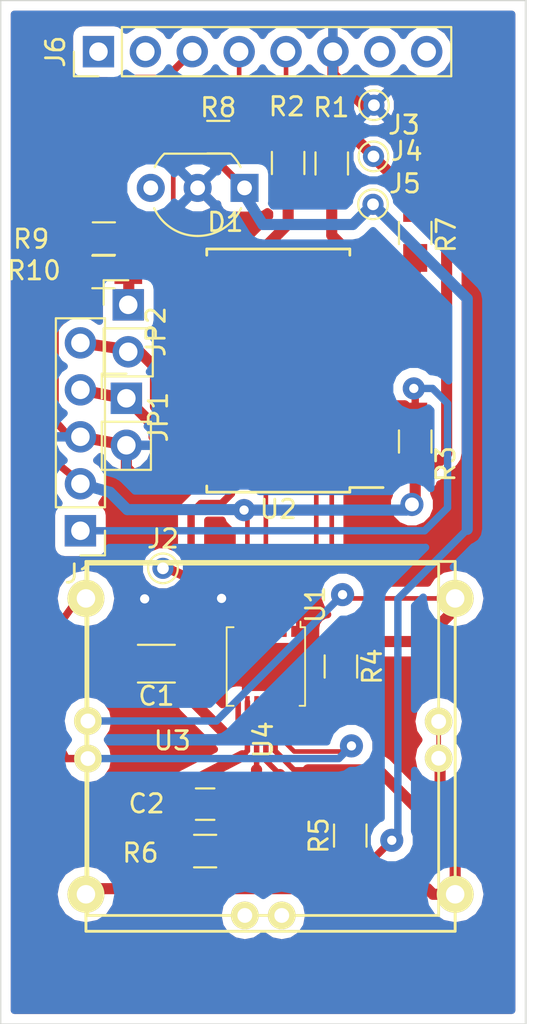
<source format=kicad_pcb>
(kicad_pcb (version 4) (host pcbnew 4.0.7)

  (general
    (links 56)
    (no_connects 1)
    (area 239.401981 90.772 283.884572 151.738001)
    (thickness 1.6)
    (drawings 12)
    (tracks 279)
    (zones 0)
    (modules 25)
    (nets 21)
  )

  (page A4)
  (layers
    (0 F.Cu signal)
    (31 B.Cu signal)
    (32 B.Adhes user hide)
    (33 F.Adhes user hide)
    (34 B.Paste user hide)
    (35 F.Paste user hide)
    (36 B.SilkS user hide)
    (37 F.SilkS user hide)
    (38 B.Mask user)
    (39 F.Mask user)
    (40 Dwgs.User user hide)
    (41 Cmts.User user hide)
    (42 Eco1.User user hide)
    (43 Eco2.User user hide)
    (44 Edge.Cuts user hide)
    (45 Margin user hide)
    (46 B.CrtYd user hide)
    (47 F.CrtYd user hide)
    (48 B.Fab user hide)
    (49 F.Fab user hide)
  )

  (setup
    (last_trace_width 0.25)
    (user_trace_width 0.25)
    (user_trace_width 0.3)
    (user_trace_width 0.4)
    (user_trace_width 0.6)
    (trace_clearance 0.1)
    (zone_clearance 0.508)
    (zone_45_only no)
    (trace_min 0.25)
    (segment_width 0.2)
    (edge_width 0.1)
    (via_size 0.8)
    (via_drill 0.5)
    (via_min_size 0.75)
    (via_min_drill 0.5)
    (user_via 1.25 0.75)
    (uvia_size 0.3)
    (uvia_drill 0.1)
    (uvias_allowed no)
    (uvia_min_size 0.2)
    (uvia_min_drill 0.1)
    (pcb_text_width 0.3)
    (pcb_text_size 1.5 1.5)
    (mod_edge_width 0.15)
    (mod_text_size 1 1)
    (mod_text_width 0.15)
    (pad_size 1.5 1.5)
    (pad_drill 0.6)
    (pad_to_mask_clearance 0)
    (aux_axis_origin 0 0)
    (visible_elements 7FFFFFFF)
    (pcbplotparams
      (layerselection 0x010f0_80000001)
      (usegerberextensions true)
      (excludeedgelayer true)
      (linewidth 0.100000)
      (plotframeref false)
      (viasonmask true)
      (mode 1)
      (useauxorigin false)
      (hpglpennumber 1)
      (hpglpenspeed 20)
      (hpglpendiameter 15)
      (hpglpenoverlay 2)
      (psnegative false)
      (psa4output false)
      (plotreference true)
      (plotvalue false)
      (plotinvisibletext false)
      (padsonsilk false)
      (subtractmaskfromsilk false)
      (outputformat 1)
      (mirror false)
      (drillshape 0)
      (scaleselection 1)
      (outputdirectory F:/Daniel/Kicad/Exports/))
  )

  (net 0 "")
  (net 1 V_gas)
  (net 2 GND)
  (net 3 Vref)
  (net 4 "Net-(J1-Pad1)")
  (net 5 VDD)
  (net 6 "Net-(J1-Pad4)")
  (net 7 "Net-(J1-Pad5)")
  (net 8 SDA1)
  (net 9 SCL1)
  (net 10 SCL2)
  (net 11 SDA2)
  (net 12 CE)
  (net 13 "Net-(R4-Pad2)")
  (net 14 MENB)
  (net 15 RE)
  (net 16 WE)
  (net 17 "Net-(C2-Pad1)")
  (net 18 "Net-(C2-Pad2)")
  (net 19 "Net-(R5-Pad2)")
  (net 20 "Net-(JP2-Pad1)")

  (net_class Default "Esta es la clase de red por defecto."
    (clearance 0.1)
    (trace_width 0.6)
    (via_dia 0.8)
    (via_drill 0.5)
    (uvia_dia 0.3)
    (uvia_drill 0.1)
    (add_net "Net-(JP2-Pad1)")
  )

  (net_class Grande ""
    (clearance 0.2)
    (trace_width 1)
    (via_dia 1.25)
    (via_drill 0.5)
    (uvia_dia 0.3)
    (uvia_drill 0.1)
    (add_net CE)
    (add_net GND)
    (add_net MENB)
    (add_net "Net-(C2-Pad1)")
    (add_net "Net-(C2-Pad2)")
    (add_net "Net-(J1-Pad1)")
    (add_net "Net-(J1-Pad4)")
    (add_net "Net-(J1-Pad5)")
    (add_net "Net-(R4-Pad2)")
    (add_net "Net-(R5-Pad2)")
    (add_net RE)
    (add_net SCL1)
    (add_net SCL2)
    (add_net SDA1)
    (add_net SDA2)
    (add_net VDD)
    (add_net V_gas)
    (add_net Vref)
    (add_net WE)
  )

  (net_class Mediana ""
    (clearance 0.2)
    (trace_width 0.75)
    (via_dia 1)
    (via_drill 0.5)
    (uvia_dia 0.3)
    (uvia_drill 0.1)
  )

  (net_class "Muy grande" ""
    (clearance 0.5)
    (trace_width 1.5)
    (via_dia 1.75)
    (via_drill 1)
    (uvia_dia 0.3)
    (uvia_drill 0.1)
  )

  (net_class "Muy pequeña" ""
    (clearance 0.1)
    (trace_width 0.3)
    (via_dia 0.75)
    (via_drill 0.5)
    (uvia_dia 0.6)
    (uvia_drill 0.1)
  )

  (net_class Pequeña ""
    (clearance 0.2)
    (trace_width 0.5)
    (via_dia 0.75)
    (via_drill 0.5)
    (uvia_dia 0.3)
    (uvia_drill 0.1)
  )

  (module gas_sensors:SPEC_Gas_Sensor_C_Package_THT_4pins (layer F.Cu) (tedit 5D31F169) (tstamp 5CE85FD8)
    (at 254.7493 136.6266)
    (path /5CE2C3A4)
    (fp_text reference U3 (at -5.3213 -0.3048) (layer F.SilkS)
      (effects (font (size 1 1) (thickness 0.15)))
    )
    (fp_text value "CO gas sensor" (at -0.3175 10.9474) (layer F.Fab)
      (effects (font (size 1 1) (thickness 0.15)))
    )
    (fp_line (start 10 -10) (end -10 -10) (layer F.SilkS) (width 0.15))
    (fp_line (start 10 10) (end 10 -10) (layer F.SilkS) (width 0.15))
    (fp_line (start -10 10) (end 10 10) (layer F.SilkS) (width 0.15))
    (fp_line (start -10 -10) (end -10 10) (layer F.SilkS) (width 0.15))
    (fp_line (start -10 -10) (end -10 10) (layer F.SilkS) (width 0.15))
    (fp_line (start -10 10) (end 10 10) (layer F.SilkS) (width 0.15))
    (fp_line (start 10 10) (end 10 -10) (layer F.SilkS) (width 0.15))
    (fp_line (start 10 -10) (end -10 -10) (layer F.SilkS) (width 0.15))
    (pad 1 thru_hole oval (at -10 8) (size 2 2) (drill 1) (layers *.Cu *.Mask F.SilkS)
      (net 16 WE))
    (pad 5 thru_hole oval (at -10 -8) (size 2 2) (drill 1) (layers *.Cu *.Mask F.SilkS)
      (net 15 RE))
    (pad 6 thru_hole oval (at 10 -8) (size 2 2) (drill 1) (layers *.Cu *.Mask F.SilkS)
      (net 12 CE))
    (pad 10 thru_hole oval (at 10 8) (size 2 2) (drill 1) (layers *.Cu *.Mask F.SilkS)
      (net 16 WE))
  )

  (module TO_SOT_Packages_THT:TO-92_Inline_Wide (layer F.Cu) (tedit 5D31F5EF) (tstamp 5CE85FA5)
    (at 253.3396 106.426 180)
    (descr "TO-92 leads in-line, wide, drill 0.8mm (see NXP sot054_po.pdf)")
    (tags "to-92 sc-43 sc-43a sot54 PA33 transistor")
    (path /5CE09077)
    (fp_text reference D1 (at 1.0414 -1.8542 360) (layer F.SilkS)
      (effects (font (size 1 1) (thickness 0.15)))
    )
    (fp_text value LM336-25 (at 2.6162 -1.7272 180) (layer F.Fab)
      (effects (font (size 1 1) (thickness 0.15)))
    )
    (fp_text user %R (at 2.54 -3.56 360) (layer F.Fab)
      (effects (font (size 1 1) (thickness 0.15)))
    )
    (fp_line (start 0.74 1.85) (end 4.34 1.85) (layer F.SilkS) (width 0.12))
    (fp_line (start 0.8 1.75) (end 4.3 1.75) (layer F.Fab) (width 0.1))
    (fp_line (start -1.01 -2.73) (end 6.09 -2.73) (layer F.CrtYd) (width 0.05))
    (fp_line (start -1.01 -2.73) (end -1.01 2.01) (layer F.CrtYd) (width 0.05))
    (fp_line (start 6.09 2.01) (end 6.09 -2.73) (layer F.CrtYd) (width 0.05))
    (fp_line (start 6.09 2.01) (end -1.01 2.01) (layer F.CrtYd) (width 0.05))
    (fp_arc (start 2.54 0) (end 0.74 1.85) (angle 20) (layer F.SilkS) (width 0.12))
    (fp_arc (start 2.54 0) (end 2.54 -2.6) (angle -65) (layer F.SilkS) (width 0.12))
    (fp_arc (start 2.54 0) (end 2.54 -2.6) (angle 65) (layer F.SilkS) (width 0.12))
    (fp_arc (start 2.54 0) (end 2.54 -2.48) (angle 135) (layer F.Fab) (width 0.1))
    (fp_arc (start 2.54 0) (end 2.54 -2.48) (angle -135) (layer F.Fab) (width 0.1))
    (fp_arc (start 2.54 0) (end 4.34 1.85) (angle -20) (layer F.SilkS) (width 0.12))
    (pad 2 thru_hole circle (at 2.54 0 270) (size 1.52 1.52) (drill 0.8) (layers *.Cu *.Mask)
      (net 2 GND))
    (pad 3 thru_hole circle (at 5.08 0 270) (size 1.52 1.52) (drill 0.8) (layers *.Cu *.Mask))
    (pad 1 thru_hole rect (at 0 0 270) (size 1.52 1.52) (drill 0.8) (layers *.Cu *.Mask)
      (net 3 Vref))
    (model ${KISYS3DMOD}/TO_SOT_Packages_THT.3dshapes/TO-92_Inline_Wide.wrl
      (at (xyz 0.1 0 0))
      (scale (xyz 1 1 1))
      (rotate (xyz 0 0 -90))
    )
  )

  (module Housings_SOIC:SOIC-20W_7.5x12.8mm_Pitch1.27mm (layer F.Cu) (tedit 5D31F146) (tstamp 5CE85FE7)
    (at 255.1684 116.3066 180)
    (descr "20-Lead Plastic Small Outline (SO) - Wide, 7.50 mm Body [SOIC] (see Microchip Packaging Specification 00000049BS.pdf)")
    (tags "SOIC 1.27")
    (path /5CB00BA3)
    (attr smd)
    (fp_text reference U2 (at 0 -7.5 180) (layer F.SilkS)
      (effects (font (size 1 1) (thickness 0.15)))
    )
    (fp_text value "PIC16(L)F1829-I/SO" (at -0.5842 -0.8382 270) (layer F.Fab)
      (effects (font (size 1 1) (thickness 0.15)))
    )
    (fp_text user %R (at 0 0 180) (layer F.Fab)
      (effects (font (size 1 1) (thickness 0.15)))
    )
    (fp_line (start -2.75 -6.4) (end 3.75 -6.4) (layer F.Fab) (width 0.15))
    (fp_line (start 3.75 -6.4) (end 3.75 6.4) (layer F.Fab) (width 0.15))
    (fp_line (start 3.75 6.4) (end -3.75 6.4) (layer F.Fab) (width 0.15))
    (fp_line (start -3.75 6.4) (end -3.75 -5.4) (layer F.Fab) (width 0.15))
    (fp_line (start -3.75 -5.4) (end -2.75 -6.4) (layer F.Fab) (width 0.15))
    (fp_line (start -5.95 -6.75) (end -5.95 6.75) (layer F.CrtYd) (width 0.05))
    (fp_line (start 5.95 -6.75) (end 5.95 6.75) (layer F.CrtYd) (width 0.05))
    (fp_line (start -5.95 -6.75) (end 5.95 -6.75) (layer F.CrtYd) (width 0.05))
    (fp_line (start -5.95 6.75) (end 5.95 6.75) (layer F.CrtYd) (width 0.05))
    (fp_line (start -3.875 -6.575) (end -3.875 -6.325) (layer F.SilkS) (width 0.15))
    (fp_line (start 3.875 -6.575) (end 3.875 -6.24) (layer F.SilkS) (width 0.15))
    (fp_line (start 3.875 6.575) (end 3.875 6.24) (layer F.SilkS) (width 0.15))
    (fp_line (start -3.875 6.575) (end -3.875 6.24) (layer F.SilkS) (width 0.15))
    (fp_line (start -3.875 -6.575) (end 3.875 -6.575) (layer F.SilkS) (width 0.15))
    (fp_line (start -3.875 6.575) (end 3.875 6.575) (layer F.SilkS) (width 0.15))
    (fp_line (start -3.875 -6.325) (end -5.675 -6.325) (layer F.SilkS) (width 0.15))
    (pad 1 smd rect (at -4.7 -5.715 180) (size 1.95 0.6) (layers F.Cu F.Paste F.Mask)
      (net 5 VDD))
    (pad 2 smd rect (at -4.7 -4.445 180) (size 1.95 0.6) (layers F.Cu F.Paste F.Mask))
    (pad 3 smd rect (at -4.7 -3.175 180) (size 1.95 0.6) (layers F.Cu F.Paste F.Mask))
    (pad 4 smd rect (at -4.7 -1.905 180) (size 1.95 0.6) (layers F.Cu F.Paste F.Mask)
      (net 4 "Net-(J1-Pad1)"))
    (pad 5 smd rect (at -4.7 -0.635 180) (size 1.95 0.6) (layers F.Cu F.Paste F.Mask))
    (pad 6 smd rect (at -4.7 0.635 180) (size 1.95 0.6) (layers F.Cu F.Paste F.Mask))
    (pad 7 smd rect (at -4.7 1.905 180) (size 1.95 0.6) (layers F.Cu F.Paste F.Mask))
    (pad 8 smd rect (at -4.7 3.175 180) (size 1.95 0.6) (layers F.Cu F.Paste F.Mask))
    (pad 9 smd rect (at -4.7 4.445 180) (size 1.95 0.6) (layers F.Cu F.Paste F.Mask)
      (net 14 MENB))
    (pad 10 smd rect (at -4.7 5.715 180) (size 1.95 0.6) (layers F.Cu F.Paste F.Mask)
      (net 10 SCL2))
    (pad 11 smd rect (at 4.7 5.715 180) (size 1.95 0.6) (layers F.Cu F.Paste F.Mask)
      (net 9 SCL1))
    (pad 12 smd rect (at 4.7 4.445 180) (size 1.95 0.6) (layers F.Cu F.Paste F.Mask)
      (net 11 SDA2))
    (pad 13 smd rect (at 4.7 3.175 180) (size 1.95 0.6) (layers F.Cu F.Paste F.Mask)
      (net 8 SDA1))
    (pad 14 smd rect (at 4.7 1.905 180) (size 1.95 0.6) (layers F.Cu F.Paste F.Mask))
    (pad 15 smd rect (at 4.7 0.635 180) (size 1.95 0.6) (layers F.Cu F.Paste F.Mask))
    (pad 16 smd rect (at 4.7 -0.635 180) (size 1.95 0.6) (layers F.Cu F.Paste F.Mask)
      (net 1 V_gas))
    (pad 17 smd rect (at 4.7 -1.905 180) (size 1.95 0.6) (layers F.Cu F.Paste F.Mask))
    (pad 18 smd rect (at 4.7 -3.175 180) (size 1.95 0.6) (layers F.Cu F.Paste F.Mask)
      (net 7 "Net-(J1-Pad5)"))
    (pad 19 smd rect (at 4.7 -4.445 180) (size 1.95 0.6) (layers F.Cu F.Paste F.Mask)
      (net 6 "Net-(J1-Pad4)"))
    (pad 20 smd rect (at 4.7 -5.715 180) (size 1.95 0.6) (layers F.Cu F.Paste F.Mask)
      (net 2 GND))
    (model ${KISYS3DMOD}/Housings_SOIC.3dshapes/SOIC-20W_7.5x12.8mm_Pitch1.27mm.wrl
      (at (xyz 0 0 0))
      (scale (xyz 1 1 1))
      (rotate (xyz 0 0 0))
    )
  )

  (module Pin_Headers:Pin_Header_Straight_1x05_Pitch2.54mm (layer F.Cu) (tedit 59650532) (tstamp 5CE85F8D)
    (at 244.4496 124.968 180)
    (descr "Through hole straight pin header, 1x05, 2.54mm pitch, single row")
    (tags "Through hole pin header THT 1x05 2.54mm single row")
    (path /5CB00CF6)
    (fp_text reference J1 (at 0 -2.33 180) (layer F.SilkS)
      (effects (font (size 1 1) (thickness 0.15)))
    )
    (fp_text value Conn_01x05 (at 0 12.49 180) (layer F.Fab)
      (effects (font (size 1 1) (thickness 0.15)))
    )
    (fp_line (start -0.635 -1.27) (end 1.27 -1.27) (layer F.Fab) (width 0.1))
    (fp_line (start 1.27 -1.27) (end 1.27 11.43) (layer F.Fab) (width 0.1))
    (fp_line (start 1.27 11.43) (end -1.27 11.43) (layer F.Fab) (width 0.1))
    (fp_line (start -1.27 11.43) (end -1.27 -0.635) (layer F.Fab) (width 0.1))
    (fp_line (start -1.27 -0.635) (end -0.635 -1.27) (layer F.Fab) (width 0.1))
    (fp_line (start -1.33 11.49) (end 1.33 11.49) (layer F.SilkS) (width 0.12))
    (fp_line (start -1.33 1.27) (end -1.33 11.49) (layer F.SilkS) (width 0.12))
    (fp_line (start 1.33 1.27) (end 1.33 11.49) (layer F.SilkS) (width 0.12))
    (fp_line (start -1.33 1.27) (end 1.33 1.27) (layer F.SilkS) (width 0.12))
    (fp_line (start -1.33 0) (end -1.33 -1.33) (layer F.SilkS) (width 0.12))
    (fp_line (start -1.33 -1.33) (end 0 -1.33) (layer F.SilkS) (width 0.12))
    (fp_line (start -1.8 -1.8) (end -1.8 11.95) (layer F.CrtYd) (width 0.05))
    (fp_line (start -1.8 11.95) (end 1.8 11.95) (layer F.CrtYd) (width 0.05))
    (fp_line (start 1.8 11.95) (end 1.8 -1.8) (layer F.CrtYd) (width 0.05))
    (fp_line (start 1.8 -1.8) (end -1.8 -1.8) (layer F.CrtYd) (width 0.05))
    (fp_text user %R (at 0 5.08 270) (layer F.Fab)
      (effects (font (size 1 1) (thickness 0.15)))
    )
    (pad 1 thru_hole rect (at 0 0 180) (size 1.7 1.7) (drill 1) (layers *.Cu *.Mask)
      (net 4 "Net-(J1-Pad1)"))
    (pad 2 thru_hole oval (at 0 2.54 180) (size 1.7 1.7) (drill 1) (layers *.Cu *.Mask)
      (net 5 VDD))
    (pad 3 thru_hole oval (at 0 5.08 180) (size 1.7 1.7) (drill 1) (layers *.Cu *.Mask)
      (net 2 GND))
    (pad 4 thru_hole oval (at 0 7.62 180) (size 1.7 1.7) (drill 1) (layers *.Cu *.Mask)
      (net 6 "Net-(J1-Pad4)"))
    (pad 5 thru_hole oval (at 0 10.16 180) (size 1.7 1.7) (drill 1) (layers *.Cu *.Mask)
      (net 7 "Net-(J1-Pad5)"))
    (model ${KISYS3DMOD}/Pin_Headers.3dshapes/Pin_Header_Straight_1x05_Pitch2.54mm.wrl
      (at (xyz 0 0 0))
      (scale (xyz 1 1 1))
      (rotate (xyz 0 0 0))
    )
  )

  (module Connectors:PINTST (layer F.Cu) (tedit 5D31F152) (tstamp 5CE85F86)
    (at 248.92 127)
    (descr "module 1 pin (ou trou mecanique de percage)")
    (tags DEV)
    (path /5CE1D52E)
    (fp_text reference J2 (at 0 -1.6) (layer F.SilkS)
      (effects (font (size 1 1) (thickness 0.15)))
    )
    (fp_text value VGAS_Test (at -4.699 0.0762) (layer F.Fab)
      (effects (font (size 1 1) (thickness 0.15)))
    )
    (fp_circle (center 0 0) (end 1.1 0) (layer F.CrtYd) (width 0.05))
    (fp_circle (center 0 0) (end 0.4 0.6) (layer F.Fab) (width 0.1))
    (fp_circle (center 0 0) (end -0.254 -0.762) (layer F.SilkS) (width 0.12))
    (pad 1 thru_hole circle (at 0 0) (size 1.143 1.143) (drill 0.635) (layers *.Cu *.Mask)
      (net 1 V_gas))
    (model ${KISYS3DMOD}/Connectors.3dshapes/PINTST.wrl
      (at (xyz 0 0 0))
      (scale (xyz 1 1 1))
      (rotate (xyz 0 0 0))
    )
  )

  (module Connectors:PINTST (layer F.Cu) (tedit 5D31F5B3) (tstamp 5CE85F7F)
    (at 260.35 101.9556)
    (descr "module 1 pin (ou trou mecanique de percage)")
    (tags DEV)
    (path /5CE1DE2E)
    (fp_text reference J3 (at 1.6256 1.0668) (layer F.SilkS)
      (effects (font (size 1 1) (thickness 0.15)))
    )
    (fp_text value GND_Test (at 6.5786 -0.1016) (layer F.Fab)
      (effects (font (size 1 1) (thickness 0.15)))
    )
    (fp_circle (center 0 0) (end 1.1 0) (layer F.CrtYd) (width 0.05))
    (fp_circle (center 0 0) (end 0.4 0.6) (layer F.Fab) (width 0.1))
    (fp_circle (center 0 0) (end -0.254 -0.762) (layer F.SilkS) (width 0.12))
    (pad 1 thru_hole circle (at 0 0) (size 1.143 1.143) (drill 0.635) (layers *.Cu *.Mask)
      (net 2 GND))
    (model ${KISYS3DMOD}/Connectors.3dshapes/PINTST.wrl
      (at (xyz 0 0 0))
      (scale (xyz 1 1 1))
      (rotate (xyz 0 0 0))
    )
  )

  (module Connectors:PINTST (layer F.Cu) (tedit 5D31F5B6) (tstamp 5CE85F78)
    (at 260.2992 107.315)
    (descr "module 1 pin (ou trou mecanique de percage)")
    (tags DEV)
    (path /5CE1D365)
    (fp_text reference J5 (at 1.7272 -1.1176) (layer F.SilkS)
      (effects (font (size 1 1) (thickness 0.15)))
    )
    (fp_text value VREF_Test (at 6.6294 -0.3556) (layer F.Fab)
      (effects (font (size 1 1) (thickness 0.15)))
    )
    (fp_circle (center 0 0) (end 1.1 0) (layer F.CrtYd) (width 0.05))
    (fp_circle (center 0 0) (end 0.4 0.6) (layer F.Fab) (width 0.1))
    (fp_circle (center 0 0) (end -0.254 -0.762) (layer F.SilkS) (width 0.12))
    (pad 1 thru_hole circle (at 0 0) (size 1.143 1.143) (drill 0.635) (layers *.Cu *.Mask)
      (net 3 Vref))
    (model ${KISYS3DMOD}/Connectors.3dshapes/PINTST.wrl
      (at (xyz 0 0 0))
      (scale (xyz 1 1 1))
      (rotate (xyz 0 0 0))
    )
  )

  (module Resistors_SMD:R_0805_HandSoldering (layer F.Cu) (tedit 5D31F5D1) (tstamp 5CE85F68)
    (at 258.064 105.1052 270)
    (descr "Resistor SMD 0805, hand soldering")
    (tags "resistor 0805")
    (path /5CE1EEB5)
    (attr smd)
    (fp_text reference R1 (at -3.0226 0.0254 360) (layer F.SilkS)
      (effects (font (size 1 1) (thickness 0.15)))
    )
    (fp_text value 4.7K (at 0 1.75 270) (layer F.Fab)
      (effects (font (size 1 1) (thickness 0.15)))
    )
    (fp_text user %R (at 0 0 270) (layer F.Fab)
      (effects (font (size 0.5 0.5) (thickness 0.075)))
    )
    (fp_line (start -1 0.62) (end -1 -0.62) (layer F.Fab) (width 0.1))
    (fp_line (start 1 0.62) (end -1 0.62) (layer F.Fab) (width 0.1))
    (fp_line (start 1 -0.62) (end 1 0.62) (layer F.Fab) (width 0.1))
    (fp_line (start -1 -0.62) (end 1 -0.62) (layer F.Fab) (width 0.1))
    (fp_line (start 0.6 0.88) (end -0.6 0.88) (layer F.SilkS) (width 0.12))
    (fp_line (start -0.6 -0.88) (end 0.6 -0.88) (layer F.SilkS) (width 0.12))
    (fp_line (start -2.35 -0.9) (end 2.35 -0.9) (layer F.CrtYd) (width 0.05))
    (fp_line (start -2.35 -0.9) (end -2.35 0.9) (layer F.CrtYd) (width 0.05))
    (fp_line (start 2.35 0.9) (end 2.35 -0.9) (layer F.CrtYd) (width 0.05))
    (fp_line (start 2.35 0.9) (end -2.35 0.9) (layer F.CrtYd) (width 0.05))
    (pad 1 smd rect (at -1.35 0 270) (size 1.5 1.3) (layers F.Cu F.Paste F.Mask)
      (net 5 VDD))
    (pad 2 smd rect (at 1.35 0 270) (size 1.5 1.3) (layers F.Cu F.Paste F.Mask)
      (net 10 SCL2))
    (model ${KISYS3DMOD}/Resistors_SMD.3dshapes/R_0805.wrl
      (at (xyz 0 0 0))
      (scale (xyz 1 1 1))
      (rotate (xyz 0 0 0))
    )
  )

  (module Resistors_SMD:R_0805_HandSoldering (layer F.Cu) (tedit 5D31F5C1) (tstamp 5CE85F58)
    (at 255.7018 105.0798 90)
    (descr "Resistor SMD 0805, hand soldering")
    (tags "resistor 0805")
    (path /5CE1ED86)
    (attr smd)
    (fp_text reference R2 (at 3.048 -0.0762 180) (layer F.SilkS)
      (effects (font (size 1 1) (thickness 0.15)))
    )
    (fp_text value 4.7K (at 0 1.75 90) (layer F.Fab)
      (effects (font (size 1 1) (thickness 0.15)))
    )
    (fp_text user %R (at 0 0 90) (layer F.Fab)
      (effects (font (size 0.5 0.5) (thickness 0.075)))
    )
    (fp_line (start -1 0.62) (end -1 -0.62) (layer F.Fab) (width 0.1))
    (fp_line (start 1 0.62) (end -1 0.62) (layer F.Fab) (width 0.1))
    (fp_line (start 1 -0.62) (end 1 0.62) (layer F.Fab) (width 0.1))
    (fp_line (start -1 -0.62) (end 1 -0.62) (layer F.Fab) (width 0.1))
    (fp_line (start 0.6 0.88) (end -0.6 0.88) (layer F.SilkS) (width 0.12))
    (fp_line (start -0.6 -0.88) (end 0.6 -0.88) (layer F.SilkS) (width 0.12))
    (fp_line (start -2.35 -0.9) (end 2.35 -0.9) (layer F.CrtYd) (width 0.05))
    (fp_line (start -2.35 -0.9) (end -2.35 0.9) (layer F.CrtYd) (width 0.05))
    (fp_line (start 2.35 0.9) (end 2.35 -0.9) (layer F.CrtYd) (width 0.05))
    (fp_line (start 2.35 0.9) (end -2.35 0.9) (layer F.CrtYd) (width 0.05))
    (pad 1 smd rect (at -1.35 0 90) (size 1.5 1.3) (layers F.Cu F.Paste F.Mask)
      (net 11 SDA2))
    (pad 2 smd rect (at 1.35 0 90) (size 1.5 1.3) (layers F.Cu F.Paste F.Mask)
      (net 5 VDD))
    (model ${KISYS3DMOD}/Resistors_SMD.3dshapes/R_0805.wrl
      (at (xyz 0 0 0))
      (scale (xyz 1 1 1))
      (rotate (xyz 0 0 0))
    )
  )

  (module Resistors_SMD:R_0805_HandSoldering (layer F.Cu) (tedit 5D31F587) (tstamp 5CE85F48)
    (at 262.5852 120.142 270)
    (descr "Resistor SMD 0805, hand soldering")
    (tags "resistor 0805")
    (path /5CE0A65B)
    (attr smd)
    (fp_text reference R3 (at 1.2192 -1.651 270) (layer F.SilkS)
      (effects (font (size 1 1) (thickness 0.15)))
    )
    (fp_text value 4K7 (at -1.3208 -1.651 270) (layer F.Fab)
      (effects (font (size 1 1) (thickness 0.15)))
    )
    (fp_text user %R (at 0 0 270) (layer F.Fab)
      (effects (font (size 0.5 0.5) (thickness 0.075)))
    )
    (fp_line (start -1 0.62) (end -1 -0.62) (layer F.Fab) (width 0.1))
    (fp_line (start 1 0.62) (end -1 0.62) (layer F.Fab) (width 0.1))
    (fp_line (start 1 -0.62) (end 1 0.62) (layer F.Fab) (width 0.1))
    (fp_line (start -1 -0.62) (end 1 -0.62) (layer F.Fab) (width 0.1))
    (fp_line (start 0.6 0.88) (end -0.6 0.88) (layer F.SilkS) (width 0.12))
    (fp_line (start -0.6 -0.88) (end 0.6 -0.88) (layer F.SilkS) (width 0.12))
    (fp_line (start -2.35 -0.9) (end 2.35 -0.9) (layer F.CrtYd) (width 0.05))
    (fp_line (start -2.35 -0.9) (end -2.35 0.9) (layer F.CrtYd) (width 0.05))
    (fp_line (start 2.35 0.9) (end 2.35 -0.9) (layer F.CrtYd) (width 0.05))
    (fp_line (start 2.35 0.9) (end -2.35 0.9) (layer F.CrtYd) (width 0.05))
    (pad 1 smd rect (at -1.35 0 270) (size 1.5 1.3) (layers F.Cu F.Paste F.Mask)
      (net 4 "Net-(J1-Pad1)"))
    (pad 2 smd rect (at 1.35 0 270) (size 1.5 1.3) (layers F.Cu F.Paste F.Mask)
      (net 5 VDD))
    (model ${KISYS3DMOD}/Resistors_SMD.3dshapes/R_0805.wrl
      (at (xyz 0 0 0))
      (scale (xyz 1 1 1))
      (rotate (xyz 0 0 0))
    )
  )

  (module Resistors_SMD:R_0805_HandSoldering (layer F.Cu) (tedit 58E0A804) (tstamp 5CE85F38)
    (at 258.5593 132.3086 270)
    (descr "Resistor SMD 0805, hand soldering")
    (tags "resistor 0805")
    (path /5CE0A1A8)
    (attr smd)
    (fp_text reference R4 (at 0 -1.7 270) (layer F.SilkS)
      (effects (font (size 1 1) (thickness 0.15)))
    )
    (fp_text value 49.9 (at 0 1.75 270) (layer F.Fab)
      (effects (font (size 1 1) (thickness 0.15)))
    )
    (fp_text user %R (at 0 0 270) (layer F.Fab)
      (effects (font (size 0.5 0.5) (thickness 0.075)))
    )
    (fp_line (start -1 0.62) (end -1 -0.62) (layer F.Fab) (width 0.1))
    (fp_line (start 1 0.62) (end -1 0.62) (layer F.Fab) (width 0.1))
    (fp_line (start 1 -0.62) (end 1 0.62) (layer F.Fab) (width 0.1))
    (fp_line (start -1 -0.62) (end 1 -0.62) (layer F.Fab) (width 0.1))
    (fp_line (start 0.6 0.88) (end -0.6 0.88) (layer F.SilkS) (width 0.12))
    (fp_line (start -0.6 -0.88) (end 0.6 -0.88) (layer F.SilkS) (width 0.12))
    (fp_line (start -2.35 -0.9) (end 2.35 -0.9) (layer F.CrtYd) (width 0.05))
    (fp_line (start -2.35 -0.9) (end -2.35 0.9) (layer F.CrtYd) (width 0.05))
    (fp_line (start 2.35 0.9) (end 2.35 -0.9) (layer F.CrtYd) (width 0.05))
    (fp_line (start 2.35 0.9) (end -2.35 0.9) (layer F.CrtYd) (width 0.05))
    (pad 1 smd rect (at -1.35 0 270) (size 1.5 1.3) (layers F.Cu F.Paste F.Mask)
      (net 12 CE))
    (pad 2 smd rect (at 1.35 0 270) (size 1.5 1.3) (layers F.Cu F.Paste F.Mask)
      (net 13 "Net-(R4-Pad2)"))
    (model ${KISYS3DMOD}/Resistors_SMD.3dshapes/R_0805.wrl
      (at (xyz 0 0 0))
      (scale (xyz 1 1 1))
      (rotate (xyz 0 0 0))
    )
  )

  (module Resistors_SMD:R_0805_HandSoldering (layer F.Cu) (tedit 5D31F5B8) (tstamp 5CE85F28)
    (at 262.5852 108.8644 270)
    (descr "Resistor SMD 0805, hand soldering")
    (tags "resistor 0805")
    (path /5CB36133)
    (attr smd)
    (fp_text reference R7 (at 0.1016 -1.6764 270) (layer F.SilkS)
      (effects (font (size 1 1) (thickness 0.15)))
    )
    (fp_text value 4.7K (at 0 1.75 270) (layer F.Fab)
      (effects (font (size 1 1) (thickness 0.15)))
    )
    (fp_text user %R (at 0 0 270) (layer F.Fab)
      (effects (font (size 0.5 0.5) (thickness 0.075)))
    )
    (fp_line (start -1 0.62) (end -1 -0.62) (layer F.Fab) (width 0.1))
    (fp_line (start 1 0.62) (end -1 0.62) (layer F.Fab) (width 0.1))
    (fp_line (start 1 -0.62) (end 1 0.62) (layer F.Fab) (width 0.1))
    (fp_line (start -1 -0.62) (end 1 -0.62) (layer F.Fab) (width 0.1))
    (fp_line (start 0.6 0.88) (end -0.6 0.88) (layer F.SilkS) (width 0.12))
    (fp_line (start -0.6 -0.88) (end 0.6 -0.88) (layer F.SilkS) (width 0.12))
    (fp_line (start -2.35 -0.9) (end 2.35 -0.9) (layer F.CrtYd) (width 0.05))
    (fp_line (start -2.35 -0.9) (end -2.35 0.9) (layer F.CrtYd) (width 0.05))
    (fp_line (start 2.35 0.9) (end 2.35 -0.9) (layer F.CrtYd) (width 0.05))
    (fp_line (start 2.35 0.9) (end -2.35 0.9) (layer F.CrtYd) (width 0.05))
    (pad 1 smd rect (at -1.35 0 270) (size 1.5 1.3) (layers F.Cu F.Paste F.Mask)
      (net 5 VDD))
    (pad 2 smd rect (at 1.35 0 270) (size 1.5 1.3) (layers F.Cu F.Paste F.Mask)
      (net 14 MENB))
    (model ${KISYS3DMOD}/Resistors_SMD.3dshapes/R_0805.wrl
      (at (xyz 0 0 0))
      (scale (xyz 1 1 1))
      (rotate (xyz 0 0 0))
    )
  )

  (module Housings_SON:WSON-14_1EP_4.0x4.0mm_Pitch0.5mm (layer F.Cu) (tedit 5D31F621) (tstamp 5CE85F05)
    (at 254.4953 132.3086 270)
    (descr "14-Lead Plastic Dual Flat, No Lead Package - 4.0x4.0x0.8 mm Body [WSON], http://www.ti.com/lit/ml/mpds421/mpds421.pdf")
    (tags NHL014B)
    (path /5CB0066C)
    (attr smd)
    (fp_text reference U1 (at -3.3528 -2.6797 270) (layer F.SilkS)
      (effects (font (size 1 1) (thickness 0.15)))
    )
    (fp_text value LMP91000 (at 3.937 0.1397 360) (layer F.Fab)
      (effects (font (size 1 1) (thickness 0.15)))
    )
    (fp_text user %R (at 0.05 0.025 270) (layer F.Fab)
      (effects (font (size 0.5 0.5) (thickness 0.05)))
    )
    (fp_line (start -2 -1.5) (end -1.5 -2) (layer F.Fab) (width 0.1))
    (fp_line (start -2.125 2.125) (end -2.125 1.75) (layer F.SilkS) (width 0.1))
    (fp_line (start 2.125 2.125) (end -2.1 2.125) (layer F.SilkS) (width 0.1))
    (fp_line (start 2.125 1.75) (end 2.125 2.125) (layer F.SilkS) (width 0.1))
    (fp_line (start -2.125 -2.125) (end -2.125 -1.875) (layer F.SilkS) (width 0.1))
    (fp_line (start -2.425 -1.875) (end -2.125 -1.875) (layer F.SilkS) (width 0.1))
    (fp_line (start 2.125 -2.125) (end 2.125 -1.825) (layer F.SilkS) (width 0.1))
    (fp_line (start 2.125 -2.125) (end -2.125 -2.125) (layer F.SilkS) (width 0.1))
    (fp_line (start -2.45 -2.25) (end 2.45 -2.25) (layer F.CrtYd) (width 0.05))
    (fp_line (start -2.45 2.25) (end -2.45 -2.25) (layer F.CrtYd) (width 0.05))
    (fp_line (start 2.45 2.25) (end -2.44 2.25) (layer F.CrtYd) (width 0.05))
    (fp_line (start 2.45 -2.25) (end 2.45 2.25) (layer F.CrtYd) (width 0.05))
    (fp_line (start 2 2) (end 2 -2) (layer F.Fab) (width 0.1))
    (fp_line (start -2 2) (end 2 2) (layer F.Fab) (width 0.1))
    (fp_line (start -2 -1.5) (end -2 2) (layer F.Fab) (width 0.1))
    (fp_line (start 2 -2) (end -1.5 -2) (layer F.Fab) (width 0.1))
    (pad 14 smd rect (at 1.9 -1.5 180) (size 0.25 0.6) (layers F.Cu F.Paste F.Mask)
      (net 13 "Net-(R4-Pad2)"))
    (pad 13 smd rect (at 1.9 -1 180) (size 0.25 0.6) (layers F.Cu F.Paste F.Mask)
      (net 15 RE))
    (pad 12 smd rect (at 1.9 -0.5 180) (size 0.25 0.6) (layers F.Cu F.Paste F.Mask)
      (net 16 WE))
    (pad 11 smd rect (at 1.9 0 180) (size 0.25 0.6) (layers F.Cu F.Paste F.Mask)
      (net 19 "Net-(R5-Pad2)"))
    (pad 10 smd rect (at 1.9 0.5 180) (size 0.25 0.6) (layers F.Cu F.Paste F.Mask)
      (net 17 "Net-(C2-Pad1)"))
    (pad 9 smd rect (at 1.9 1 180) (size 0.25 0.6) (layers F.Cu F.Paste F.Mask)
      (net 18 "Net-(C2-Pad2)"))
    (pad 8 smd rect (at 1.9 1.5 180) (size 0.25 0.6) (layers F.Cu F.Paste F.Mask)
      (net 1 V_gas))
    (pad 7 smd rect (at -1.9 1.5 180) (size 0.25 0.6) (layers F.Cu F.Paste F.Mask)
      (net 2 GND))
    (pad 6 smd rect (at -1.9 1 180) (size 0.25 0.6) (layers F.Cu F.Paste F.Mask)
      (net 5 VDD))
    (pad 5 smd rect (at -1.9 0.5 180) (size 0.25 0.6) (layers F.Cu F.Paste F.Mask))
    (pad 4 smd rect (at -1.9 0 180) (size 0.25 0.6) (layers F.Cu F.Paste F.Mask)
      (net 11 SDA2))
    (pad 3 smd rect (at -1.9 -0.5 180) (size 0.25 0.6) (layers F.Cu F.Paste F.Mask)
      (net 10 SCL2))
    (pad 2 smd rect (at -1.9 -1 180) (size 0.25 0.6) (layers F.Cu F.Paste F.Mask)
      (net 14 MENB))
    (pad 1 smd rect (at -1.9 -1.5 180) (size 0.25 0.6) (layers F.Cu F.Paste F.Mask)
      (net 2 GND))
    (pad 15 smd rect (at 0.025 0 180) (size 2.6 2.6) (layers F.Cu F.Paste F.Mask)
      (net 2 GND))
    (model ${KISYS3DMOD}/Housings_SON.3dshapes/WSON-14_1EP_4.0x4.0mm_Pitch0.5mm.wrl
      (at (xyz 0 0 0))
      (scale (xyz 1 1 1))
      (rotate (xyz 0 0 0))
    )
  )

  (module Resistors_SMD:R_0805_HandSoldering (layer F.Cu) (tedit 5D31F5D8) (tstamp 5CE85EF5)
    (at 251.9172 103.6828 180)
    (descr "Resistor SMD 0805, hand soldering")
    (tags "resistor 0805")
    (path /5CE08C20)
    (attr smd)
    (fp_text reference R8 (at 0 1.6002 180) (layer F.SilkS)
      (effects (font (size 1 1) (thickness 0.15)))
    )
    (fp_text value 820 (at 8.5344 2.286 180) (layer F.Fab)
      (effects (font (size 1 1) (thickness 0.15)))
    )
    (fp_text user %R (at 0 0 180) (layer F.Fab)
      (effects (font (size 0.5 0.5) (thickness 0.075)))
    )
    (fp_line (start -1 0.62) (end -1 -0.62) (layer F.Fab) (width 0.1))
    (fp_line (start 1 0.62) (end -1 0.62) (layer F.Fab) (width 0.1))
    (fp_line (start 1 -0.62) (end 1 0.62) (layer F.Fab) (width 0.1))
    (fp_line (start -1 -0.62) (end 1 -0.62) (layer F.Fab) (width 0.1))
    (fp_line (start 0.6 0.88) (end -0.6 0.88) (layer F.SilkS) (width 0.12))
    (fp_line (start -0.6 -0.88) (end 0.6 -0.88) (layer F.SilkS) (width 0.12))
    (fp_line (start -2.35 -0.9) (end 2.35 -0.9) (layer F.CrtYd) (width 0.05))
    (fp_line (start -2.35 -0.9) (end -2.35 0.9) (layer F.CrtYd) (width 0.05))
    (fp_line (start 2.35 0.9) (end 2.35 -0.9) (layer F.CrtYd) (width 0.05))
    (fp_line (start 2.35 0.9) (end -2.35 0.9) (layer F.CrtYd) (width 0.05))
    (pad 1 smd rect (at -1.35 0 180) (size 1.5 1.3) (layers F.Cu F.Paste F.Mask)
      (net 5 VDD))
    (pad 2 smd rect (at 1.35 0 180) (size 1.5 1.3) (layers F.Cu F.Paste F.Mask)
      (net 3 Vref))
    (model ${KISYS3DMOD}/Resistors_SMD.3dshapes/R_0805.wrl
      (at (xyz 0 0 0))
      (scale (xyz 1 1 1))
      (rotate (xyz 0 0 0))
    )
  )

  (module Pin_Headers:Pin_Header_Straight_1x08_Pitch2.54mm (layer F.Cu) (tedit 5D31F59C) (tstamp 5CE85EDA)
    (at 245.4275 99.06 90)
    (descr "Through hole straight pin header, 1x08, 2.54mm pitch, single row")
    (tags "Through hole pin header THT 1x08 2.54mm single row")
    (path /5CE1D052)
    (fp_text reference J6 (at 0 -2.33 90) (layer F.SilkS)
      (effects (font (size 1 1) (thickness 0.15)))
    )
    (fp_text value Conn_01x08 (at -0.4572 26.0477 90) (layer F.Fab)
      (effects (font (size 1 1) (thickness 0.15)))
    )
    (fp_line (start -0.635 -1.27) (end 1.27 -1.27) (layer F.Fab) (width 0.1))
    (fp_line (start 1.27 -1.27) (end 1.27 19.05) (layer F.Fab) (width 0.1))
    (fp_line (start 1.27 19.05) (end -1.27 19.05) (layer F.Fab) (width 0.1))
    (fp_line (start -1.27 19.05) (end -1.27 -0.635) (layer F.Fab) (width 0.1))
    (fp_line (start -1.27 -0.635) (end -0.635 -1.27) (layer F.Fab) (width 0.1))
    (fp_line (start -1.33 19.11) (end 1.33 19.11) (layer F.SilkS) (width 0.12))
    (fp_line (start -1.33 1.27) (end -1.33 19.11) (layer F.SilkS) (width 0.12))
    (fp_line (start 1.33 1.27) (end 1.33 19.11) (layer F.SilkS) (width 0.12))
    (fp_line (start -1.33 1.27) (end 1.33 1.27) (layer F.SilkS) (width 0.12))
    (fp_line (start -1.33 0) (end -1.33 -1.33) (layer F.SilkS) (width 0.12))
    (fp_line (start -1.33 -1.33) (end 0 -1.33) (layer F.SilkS) (width 0.12))
    (fp_line (start -1.8 -1.8) (end -1.8 19.55) (layer F.CrtYd) (width 0.05))
    (fp_line (start -1.8 19.55) (end 1.8 19.55) (layer F.CrtYd) (width 0.05))
    (fp_line (start 1.8 19.55) (end 1.8 -1.8) (layer F.CrtYd) (width 0.05))
    (fp_line (start 1.8 -1.8) (end -1.8 -1.8) (layer F.CrtYd) (width 0.05))
    (fp_text user %R (at 0 8.89 180) (layer F.Fab)
      (effects (font (size 1 1) (thickness 0.15)))
    )
    (pad 1 thru_hole rect (at 0 0 90) (size 1.7 1.7) (drill 1) (layers *.Cu *.Mask))
    (pad 2 thru_hole oval (at 0 2.54 90) (size 1.7 1.7) (drill 1) (layers *.Cu *.Mask))
    (pad 3 thru_hole oval (at 0 5.08 90) (size 1.7 1.7) (drill 1) (layers *.Cu *.Mask)
      (net 5 VDD))
    (pad 4 thru_hole oval (at 0 7.62 90) (size 1.7 1.7) (drill 1) (layers *.Cu *.Mask)
      (net 8 SDA1))
    (pad 5 thru_hole oval (at 0 10.16 90) (size 1.7 1.7) (drill 1) (layers *.Cu *.Mask)
      (net 9 SCL1))
    (pad 6 thru_hole oval (at 0 12.7 90) (size 1.7 1.7) (drill 1) (layers *.Cu *.Mask)
      (net 2 GND))
    (pad 7 thru_hole oval (at 0 15.24 90) (size 1.7 1.7) (drill 1) (layers *.Cu *.Mask))
    (pad 8 thru_hole oval (at 0 17.78 90) (size 1.7 1.7) (drill 1) (layers *.Cu *.Mask))
    (model ${KISYS3DMOD}/Pin_Headers.3dshapes/Pin_Header_Straight_1x08_Pitch2.54mm.wrl
      (at (xyz 0 0 0))
      (scale (xyz 1 1 1))
      (rotate (xyz 0 0 0))
    )
  )

  (module Resistors_SMD:R_0805_HandSoldering (layer F.Cu) (tedit 58E0A804) (tstamp 5CE85ECA)
    (at 259.0673 141.4526 90)
    (descr "Resistor SMD 0805, hand soldering")
    (tags "resistor 0805")
    (path /5CE2E112)
    (attr smd)
    (fp_text reference R5 (at 0 -1.7 90) (layer F.SilkS)
      (effects (font (size 1 1) (thickness 0.15)))
    )
    (fp_text value 0 (at 0 1.75 90) (layer F.Fab)
      (effects (font (size 1 1) (thickness 0.15)))
    )
    (fp_text user %R (at 0 0 90) (layer F.Fab)
      (effects (font (size 0.5 0.5) (thickness 0.075)))
    )
    (fp_line (start -1 0.62) (end -1 -0.62) (layer F.Fab) (width 0.1))
    (fp_line (start 1 0.62) (end -1 0.62) (layer F.Fab) (width 0.1))
    (fp_line (start 1 -0.62) (end 1 0.62) (layer F.Fab) (width 0.1))
    (fp_line (start -1 -0.62) (end 1 -0.62) (layer F.Fab) (width 0.1))
    (fp_line (start 0.6 0.88) (end -0.6 0.88) (layer F.SilkS) (width 0.12))
    (fp_line (start -0.6 -0.88) (end 0.6 -0.88) (layer F.SilkS) (width 0.12))
    (fp_line (start -2.35 -0.9) (end 2.35 -0.9) (layer F.CrtYd) (width 0.05))
    (fp_line (start -2.35 -0.9) (end -2.35 0.9) (layer F.CrtYd) (width 0.05))
    (fp_line (start 2.35 0.9) (end 2.35 -0.9) (layer F.CrtYd) (width 0.05))
    (fp_line (start 2.35 0.9) (end -2.35 0.9) (layer F.CrtYd) (width 0.05))
    (pad 1 smd rect (at -1.35 0 90) (size 1.5 1.3) (layers F.Cu F.Paste F.Mask)
      (net 3 Vref))
    (pad 2 smd rect (at 1.35 0 90) (size 1.5 1.3) (layers F.Cu F.Paste F.Mask)
      (net 19 "Net-(R5-Pad2)"))
    (model ${KISYS3DMOD}/Resistors_SMD.3dshapes/R_0805.wrl
      (at (xyz 0 0 0))
      (scale (xyz 1 1 1))
      (rotate (xyz 0 0 0))
    )
  )

  (module Connectors:PINTST (layer F.Cu) (tedit 5D31F5AD) (tstamp 5CE85EB3)
    (at 260.3246 104.7242)
    (descr "module 1 pin (ou trou mecanique de percage)")
    (tags DEV)
    (path /5CE1DD92)
    (fp_text reference J4 (at 1.8034 -0.2794) (layer F.SilkS)
      (effects (font (size 1 1) (thickness 0.15)))
    )
    (fp_text value VDD_Test (at 6.223 -0.0508) (layer F.Fab)
      (effects (font (size 1 1) (thickness 0.15)))
    )
    (fp_circle (center 0 0) (end 1.1 0) (layer F.CrtYd) (width 0.05))
    (fp_circle (center 0 0) (end 0.4 0.6) (layer F.Fab) (width 0.1))
    (fp_circle (center 0 0) (end -0.254 -0.762) (layer F.SilkS) (width 0.12))
    (pad 1 thru_hole circle (at 0 0) (size 1.143 1.143) (drill 0.635) (layers *.Cu *.Mask)
      (net 5 VDD))
    (model ${KISYS3DMOD}/Connectors.3dshapes/PINTST.wrl
      (at (xyz 0 0 0))
      (scale (xyz 1 1 1))
      (rotate (xyz 0 0 0))
    )
  )

  (module Pin_Headers:Pin_Header_Straight_1x02_Pitch2.54mm (layer F.Cu) (tedit 5D31F60F) (tstamp 5D3129A6)
    (at 246.9388 117.8052)
    (descr "Through hole straight pin header, 1x02, 2.54mm pitch, single row")
    (tags "Through hole pin header THT 1x02 2.54mm single row")
    (path /5D3121F1)
    (fp_text reference JP1 (at 1.7272 1.016 90) (layer F.SilkS)
      (effects (font (size 1 1) (thickness 0.15)))
    )
    (fp_text value Jumper (at 0 4.87) (layer F.Fab)
      (effects (font (size 1 1) (thickness 0.15)))
    )
    (fp_line (start -0.635 -1.27) (end 1.27 -1.27) (layer F.Fab) (width 0.1))
    (fp_line (start 1.27 -1.27) (end 1.27 3.81) (layer F.Fab) (width 0.1))
    (fp_line (start 1.27 3.81) (end -1.27 3.81) (layer F.Fab) (width 0.1))
    (fp_line (start -1.27 3.81) (end -1.27 -0.635) (layer F.Fab) (width 0.1))
    (fp_line (start -1.27 -0.635) (end -0.635 -1.27) (layer F.Fab) (width 0.1))
    (fp_line (start -1.33 3.87) (end 1.33 3.87) (layer F.SilkS) (width 0.12))
    (fp_line (start -1.33 1.27) (end -1.33 3.87) (layer F.SilkS) (width 0.12))
    (fp_line (start 1.33 1.27) (end 1.33 3.87) (layer F.SilkS) (width 0.12))
    (fp_line (start -1.33 1.27) (end 1.33 1.27) (layer F.SilkS) (width 0.12))
    (fp_line (start -1.33 0) (end -1.33 -1.33) (layer F.SilkS) (width 0.12))
    (fp_line (start -1.33 -1.33) (end 0 -1.33) (layer F.SilkS) (width 0.12))
    (fp_line (start -1.8 -1.8) (end -1.8 4.35) (layer F.CrtYd) (width 0.05))
    (fp_line (start -1.8 4.35) (end 1.8 4.35) (layer F.CrtYd) (width 0.05))
    (fp_line (start 1.8 4.35) (end 1.8 -1.8) (layer F.CrtYd) (width 0.05))
    (fp_line (start 1.8 -1.8) (end -1.8 -1.8) (layer F.CrtYd) (width 0.05))
    (fp_text user %R (at 0 1.27 90) (layer F.Fab)
      (effects (font (size 1 1) (thickness 0.15)))
    )
    (pad 1 thru_hole rect (at 0 0) (size 1.7 1.7) (drill 1) (layers *.Cu *.Mask)
      (net 6 "Net-(J1-Pad4)"))
    (pad 2 thru_hole oval (at 0 2.54) (size 1.7 1.7) (drill 1) (layers *.Cu *.Mask)
      (net 2 GND))
    (model ${KISYS3DMOD}/Pin_Headers.3dshapes/Pin_Header_Straight_1x02_Pitch2.54mm.wrl
      (at (xyz 0 0 0))
      (scale (xyz 1 1 1))
      (rotate (xyz 0 0 0))
    )
  )

  (module Pin_Headers:Pin_Header_Straight_1x02_Pitch2.54mm (layer F.Cu) (tedit 5D31F5E6) (tstamp 5D3129AC)
    (at 247.0404 112.7506)
    (descr "Through hole straight pin header, 1x02, 2.54mm pitch, single row")
    (tags "Through hole pin header THT 1x02 2.54mm single row")
    (path /5D3124B4)
    (fp_text reference JP2 (at 1.4986 1.4478 90) (layer F.SilkS)
      (effects (font (size 1 1) (thickness 0.15)))
    )
    (fp_text value Jumper (at 0 4.87) (layer F.Fab)
      (effects (font (size 1 1) (thickness 0.15)))
    )
    (fp_line (start -0.635 -1.27) (end 1.27 -1.27) (layer F.Fab) (width 0.1))
    (fp_line (start 1.27 -1.27) (end 1.27 3.81) (layer F.Fab) (width 0.1))
    (fp_line (start 1.27 3.81) (end -1.27 3.81) (layer F.Fab) (width 0.1))
    (fp_line (start -1.27 3.81) (end -1.27 -0.635) (layer F.Fab) (width 0.1))
    (fp_line (start -1.27 -0.635) (end -0.635 -1.27) (layer F.Fab) (width 0.1))
    (fp_line (start -1.33 3.87) (end 1.33 3.87) (layer F.SilkS) (width 0.12))
    (fp_line (start -1.33 1.27) (end -1.33 3.87) (layer F.SilkS) (width 0.12))
    (fp_line (start 1.33 1.27) (end 1.33 3.87) (layer F.SilkS) (width 0.12))
    (fp_line (start -1.33 1.27) (end 1.33 1.27) (layer F.SilkS) (width 0.12))
    (fp_line (start -1.33 0) (end -1.33 -1.33) (layer F.SilkS) (width 0.12))
    (fp_line (start -1.33 -1.33) (end 0 -1.33) (layer F.SilkS) (width 0.12))
    (fp_line (start -1.8 -1.8) (end -1.8 4.35) (layer F.CrtYd) (width 0.05))
    (fp_line (start -1.8 4.35) (end 1.8 4.35) (layer F.CrtYd) (width 0.05))
    (fp_line (start 1.8 4.35) (end 1.8 -1.8) (layer F.CrtYd) (width 0.05))
    (fp_line (start 1.8 -1.8) (end -1.8 -1.8) (layer F.CrtYd) (width 0.05))
    (fp_text user %R (at 0 1.27 90) (layer F.Fab)
      (effects (font (size 1 1) (thickness 0.15)))
    )
    (pad 1 thru_hole rect (at 0 0) (size 1.7 1.7) (drill 1) (layers *.Cu *.Mask)
      (net 20 "Net-(JP2-Pad1)"))
    (pad 2 thru_hole oval (at 0 2.54) (size 1.7 1.7) (drill 1) (layers *.Cu *.Mask)
      (net 7 "Net-(J1-Pad5)"))
    (model ${KISYS3DMOD}/Pin_Headers.3dshapes/Pin_Header_Straight_1x02_Pitch2.54mm.wrl
      (at (xyz 0 0 0))
      (scale (xyz 1 1 1))
      (rotate (xyz 0 0 0))
    )
  )

  (module Resistors_SMD:R_0805_HandSoldering (layer F.Cu) (tedit 5D31F619) (tstamp 5D3129B2)
    (at 245.7196 109.1692)
    (descr "Resistor SMD 0805, hand soldering")
    (tags "resistor 0805")
    (path /5D312718)
    (attr smd)
    (fp_text reference R9 (at -3.937 0.0254) (layer F.SilkS)
      (effects (font (size 1 1) (thickness 0.15)))
    )
    (fp_text value 4.7K (at 0 1.75) (layer F.Fab)
      (effects (font (size 1 1) (thickness 0.15)))
    )
    (fp_text user %R (at 0 0) (layer F.Fab)
      (effects (font (size 0.5 0.5) (thickness 0.075)))
    )
    (fp_line (start -1 0.62) (end -1 -0.62) (layer F.Fab) (width 0.1))
    (fp_line (start 1 0.62) (end -1 0.62) (layer F.Fab) (width 0.1))
    (fp_line (start 1 -0.62) (end 1 0.62) (layer F.Fab) (width 0.1))
    (fp_line (start -1 -0.62) (end 1 -0.62) (layer F.Fab) (width 0.1))
    (fp_line (start 0.6 0.88) (end -0.6 0.88) (layer F.SilkS) (width 0.12))
    (fp_line (start -0.6 -0.88) (end 0.6 -0.88) (layer F.SilkS) (width 0.12))
    (fp_line (start -2.35 -0.9) (end 2.35 -0.9) (layer F.CrtYd) (width 0.05))
    (fp_line (start -2.35 -0.9) (end -2.35 0.9) (layer F.CrtYd) (width 0.05))
    (fp_line (start 2.35 0.9) (end 2.35 -0.9) (layer F.CrtYd) (width 0.05))
    (fp_line (start 2.35 0.9) (end -2.35 0.9) (layer F.CrtYd) (width 0.05))
    (pad 1 smd rect (at -1.35 0) (size 1.5 1.3) (layers F.Cu F.Paste F.Mask)
      (net 5 VDD))
    (pad 2 smd rect (at 1.35 0) (size 1.5 1.3) (layers F.Cu F.Paste F.Mask)
      (net 20 "Net-(JP2-Pad1)"))
    (model ${KISYS3DMOD}/Resistors_SMD.3dshapes/R_0805.wrl
      (at (xyz 0 0 0))
      (scale (xyz 1 1 1))
      (rotate (xyz 0 0 0))
    )
  )

  (module Resistors_SMD:R_0805_HandSoldering (layer F.Cu) (tedit 5D31F617) (tstamp 5D3129B8)
    (at 245.6942 110.9726 180)
    (descr "Resistor SMD 0805, hand soldering")
    (tags "resistor 0805")
    (path /5D312893)
    (attr smd)
    (fp_text reference R10 (at 3.7592 0.0762 180) (layer F.SilkS)
      (effects (font (size 1 1) (thickness 0.15)))
    )
    (fp_text value 4.7K (at 0 1.75 180) (layer F.Fab)
      (effects (font (size 1 1) (thickness 0.15)))
    )
    (fp_text user %R (at 0 0 180) (layer F.Fab)
      (effects (font (size 0.5 0.5) (thickness 0.075)))
    )
    (fp_line (start -1 0.62) (end -1 -0.62) (layer F.Fab) (width 0.1))
    (fp_line (start 1 0.62) (end -1 0.62) (layer F.Fab) (width 0.1))
    (fp_line (start 1 -0.62) (end 1 0.62) (layer F.Fab) (width 0.1))
    (fp_line (start -1 -0.62) (end 1 -0.62) (layer F.Fab) (width 0.1))
    (fp_line (start 0.6 0.88) (end -0.6 0.88) (layer F.SilkS) (width 0.12))
    (fp_line (start -0.6 -0.88) (end 0.6 -0.88) (layer F.SilkS) (width 0.12))
    (fp_line (start -2.35 -0.9) (end 2.35 -0.9) (layer F.CrtYd) (width 0.05))
    (fp_line (start -2.35 -0.9) (end -2.35 0.9) (layer F.CrtYd) (width 0.05))
    (fp_line (start 2.35 0.9) (end 2.35 -0.9) (layer F.CrtYd) (width 0.05))
    (fp_line (start 2.35 0.9) (end -2.35 0.9) (layer F.CrtYd) (width 0.05))
    (pad 1 smd rect (at -1.35 0 180) (size 1.5 1.3) (layers F.Cu F.Paste F.Mask)
      (net 20 "Net-(JP2-Pad1)"))
    (pad 2 smd rect (at 1.35 0 180) (size 1.5 1.3) (layers F.Cu F.Paste F.Mask)
      (net 2 GND))
    (model ${KISYS3DMOD}/Resistors_SMD.3dshapes/R_0805.wrl
      (at (xyz 0 0 0))
      (scale (xyz 1 1 1))
      (rotate (xyz 0 0 0))
    )
  )

  (module Capacitors_SMD:C_1206_HandSoldering (layer F.Cu) (tedit 58AA84D1) (tstamp 5D31AFD5)
    (at 248.5644 132.1562 180)
    (descr "Capacitor SMD 1206, hand soldering")
    (tags "capacitor 1206")
    (path /5CB3633C)
    (attr smd)
    (fp_text reference C1 (at 0 -1.75 180) (layer F.SilkS)
      (effects (font (size 1 1) (thickness 0.15)))
    )
    (fp_text value 1u (at 0 2 180) (layer F.Fab)
      (effects (font (size 1 1) (thickness 0.15)))
    )
    (fp_text user %R (at 0 -1.75 180) (layer F.Fab)
      (effects (font (size 1 1) (thickness 0.15)))
    )
    (fp_line (start -1.6 0.8) (end -1.6 -0.8) (layer F.Fab) (width 0.1))
    (fp_line (start 1.6 0.8) (end -1.6 0.8) (layer F.Fab) (width 0.1))
    (fp_line (start 1.6 -0.8) (end 1.6 0.8) (layer F.Fab) (width 0.1))
    (fp_line (start -1.6 -0.8) (end 1.6 -0.8) (layer F.Fab) (width 0.1))
    (fp_line (start 1 -1.02) (end -1 -1.02) (layer F.SilkS) (width 0.12))
    (fp_line (start -1 1.02) (end 1 1.02) (layer F.SilkS) (width 0.12))
    (fp_line (start -3.25 -1.05) (end 3.25 -1.05) (layer F.CrtYd) (width 0.05))
    (fp_line (start -3.25 -1.05) (end -3.25 1.05) (layer F.CrtYd) (width 0.05))
    (fp_line (start 3.25 1.05) (end 3.25 -1.05) (layer F.CrtYd) (width 0.05))
    (fp_line (start 3.25 1.05) (end -3.25 1.05) (layer F.CrtYd) (width 0.05))
    (pad 1 smd rect (at -2 0 180) (size 2 1.6) (layers F.Cu F.Paste F.Mask)
      (net 1 V_gas))
    (pad 2 smd rect (at 2 0 180) (size 2 1.6) (layers F.Cu F.Paste F.Mask)
      (net 2 GND))
    (model Capacitors_SMD.3dshapes/C_1206.wrl
      (at (xyz 0 0 0))
      (scale (xyz 1 1 1))
      (rotate (xyz 0 0 0))
    )
  )

  (module Capacitors_SMD:C_0805_HandSoldering (layer F.Cu) (tedit 5D31F637) (tstamp 5D31AFDA)
    (at 251.206 139.7508 180)
    (descr "Capacitor SMD 0805, hand soldering")
    (tags "capacitor 0805")
    (path /5CE0AB43)
    (attr smd)
    (fp_text reference C2 (at 3.175 0.0254 180) (layer F.SilkS)
      (effects (font (size 1 1) (thickness 0.15)))
    )
    (fp_text value 0.1u (at 0.127 1.6256 180) (layer F.Fab)
      (effects (font (size 1 1) (thickness 0.15)))
    )
    (fp_text user %R (at 0 -1.75 180) (layer F.Fab)
      (effects (font (size 1 1) (thickness 0.15)))
    )
    (fp_line (start -1 0.62) (end -1 -0.62) (layer F.Fab) (width 0.1))
    (fp_line (start 1 0.62) (end -1 0.62) (layer F.Fab) (width 0.1))
    (fp_line (start 1 -0.62) (end 1 0.62) (layer F.Fab) (width 0.1))
    (fp_line (start -1 -0.62) (end 1 -0.62) (layer F.Fab) (width 0.1))
    (fp_line (start 0.5 -0.85) (end -0.5 -0.85) (layer F.SilkS) (width 0.12))
    (fp_line (start -0.5 0.85) (end 0.5 0.85) (layer F.SilkS) (width 0.12))
    (fp_line (start -2.25 -0.88) (end 2.25 -0.88) (layer F.CrtYd) (width 0.05))
    (fp_line (start -2.25 -0.88) (end -2.25 0.87) (layer F.CrtYd) (width 0.05))
    (fp_line (start 2.25 0.87) (end 2.25 -0.88) (layer F.CrtYd) (width 0.05))
    (fp_line (start 2.25 0.87) (end -2.25 0.87) (layer F.CrtYd) (width 0.05))
    (pad 1 smd rect (at -1.25 0 180) (size 1.5 1.25) (layers F.Cu F.Paste F.Mask)
      (net 17 "Net-(C2-Pad1)"))
    (pad 2 smd rect (at 1.25 0 180) (size 1.5 1.25) (layers F.Cu F.Paste F.Mask)
      (net 18 "Net-(C2-Pad2)"))
    (model Capacitors_SMD.3dshapes/C_0805.wrl
      (at (xyz 0 0 0))
      (scale (xyz 1 1 1))
      (rotate (xyz 0 0 0))
    )
  )

  (module Resistors_SMD:R_0805_HandSoldering (layer F.Cu) (tedit 5D31F633) (tstamp 5D31AFDF)
    (at 251.206 142.2908 180)
    (descr "Resistor SMD 0805, hand soldering")
    (tags "resistor 0805")
    (path /5CB365C9)
    (attr smd)
    (fp_text reference R6 (at 3.5052 -0.1016 180) (layer F.SilkS)
      (effects (font (size 1 1) (thickness 0.15)))
    )
    (fp_text value 500K (at 0.0508 -1.8034 180) (layer F.Fab)
      (effects (font (size 1 1) (thickness 0.15)))
    )
    (fp_text user %R (at 0 0 180) (layer F.Fab)
      (effects (font (size 0.5 0.5) (thickness 0.075)))
    )
    (fp_line (start -1 0.62) (end -1 -0.62) (layer F.Fab) (width 0.1))
    (fp_line (start 1 0.62) (end -1 0.62) (layer F.Fab) (width 0.1))
    (fp_line (start 1 -0.62) (end 1 0.62) (layer F.Fab) (width 0.1))
    (fp_line (start -1 -0.62) (end 1 -0.62) (layer F.Fab) (width 0.1))
    (fp_line (start 0.6 0.88) (end -0.6 0.88) (layer F.SilkS) (width 0.12))
    (fp_line (start -0.6 -0.88) (end 0.6 -0.88) (layer F.SilkS) (width 0.12))
    (fp_line (start -2.35 -0.9) (end 2.35 -0.9) (layer F.CrtYd) (width 0.05))
    (fp_line (start -2.35 -0.9) (end -2.35 0.9) (layer F.CrtYd) (width 0.05))
    (fp_line (start 2.35 0.9) (end 2.35 -0.9) (layer F.CrtYd) (width 0.05))
    (fp_line (start 2.35 0.9) (end -2.35 0.9) (layer F.CrtYd) (width 0.05))
    (pad 1 smd rect (at -1.35 0 180) (size 1.5 1.3) (layers F.Cu F.Paste F.Mask)
      (net 17 "Net-(C2-Pad1)"))
    (pad 2 smd rect (at 1.35 0 180) (size 1.5 1.3) (layers F.Cu F.Paste F.Mask)
      (net 18 "Net-(C2-Pad2)"))
    (model ${KISYS3DMOD}/Resistors_SMD.3dshapes/R_0805.wrl
      (at (xyz 0 0 0))
      (scale (xyz 1 1 1))
      (rotate (xyz 0 0 0))
    )
  )

  (module gas_sensors:SPEC_Gas_Sensor_P_Package (layer F.Cu) (tedit 5D31ADCD) (tstamp 5D31B145)
    (at 254.3556 136.271 90)
    (path /5D3116EB)
    (fp_text reference U4 (at 0 0 90) (layer F.SilkS)
      (effects (font (size 1 1) (thickness 0.15)))
    )
    (fp_text value "CO gas sensor" (at 0 -11 90) (layer F.Fab)
      (effects (font (size 1 1) (thickness 0.15)))
    )
    (fp_line (start -9.5 -9.5) (end 9.5 -9.5) (layer F.SilkS) (width 0.15))
    (fp_line (start 9.5 -9.5) (end 9.5 9.5) (layer F.SilkS) (width 0.15))
    (fp_line (start 9.5 9.5) (end -9.5 9.5) (layer F.SilkS) (width 0.15))
    (fp_line (start -9.5 9.5) (end -9.5 -9.5) (layer F.SilkS) (width 0.15))
    (pad 1 thru_hole oval (at -1 9.5 90) (size 1.5 1.5) (drill 0.8) (layers *.Cu *.Mask F.SilkS)
      (net 16 WE))
    (pad 2 thru_hole oval (at -9.5 1 90) (size 1.5 1.5) (drill 0.8) (layers *.Cu *.Mask F.SilkS))
    (pad 3 thru_hole oval (at -9.5 -1 90) (size 1.5 1.5) (drill 0.8) (layers *.Cu *.Mask F.SilkS))
    (pad 4 thru_hole oval (at 0.9906 9.4996 90) (size 1.5 1.5) (drill 0.8) (layers *.Cu *.Mask F.SilkS)
      (net 16 WE))
    (pad 5 thru_hole oval (at -1.016 -9.4996 90) (size 1.5 1.5) (drill 0.8) (layers *.Cu *.Mask F.SilkS)
      (net 15 RE))
    (pad 6 thru_hole oval (at 1.016 -9.4996 90) (size 1.5 1.5) (drill 0.8) (layers *.Cu *.Mask F.SilkS)
      (net 12 CE))
  )

  (dimension 55.372 (width 0.3) (layer Margin)
    (gr_text 55,372mm (at 277.956 123.952 270) (layer Margin)
      (effects (font (size 1.5 1.5) (thickness 0.3)))
    )
    (feature1 (pts (xy 270.256 151.638) (xy 279.306 151.638)))
    (feature2 (pts (xy 270.256 96.266) (xy 279.306 96.266)))
    (crossbar (pts (xy 276.606 96.266) (xy 276.606 151.638)))
    (arrow1a (pts (xy 276.606 151.638) (xy 276.019579 150.511496)))
    (arrow1b (pts (xy 276.606 151.638) (xy 277.192421 150.511496)))
    (arrow2a (pts (xy 276.606 96.266) (xy 276.019579 97.392504)))
    (arrow2b (pts (xy 276.606 96.266) (xy 277.192421 97.392504)))
  )
  (dimension 29.972 (width 0.3) (layer Margin)
    (gr_text 29,972mm (at 255.27 92.122) (layer Margin)
      (effects (font (size 1.5 1.5) (thickness 0.3)))
    )
    (feature1 (pts (xy 270.256 96.266) (xy 270.256 90.772)))
    (feature2 (pts (xy 240.284 96.266) (xy 240.284 90.772)))
    (crossbar (pts (xy 240.284 93.472) (xy 270.256 93.472)))
    (arrow1a (pts (xy 270.256 93.472) (xy 269.129496 94.058421)))
    (arrow1b (pts (xy 270.256 93.472) (xy 269.129496 92.885579)))
    (arrow2a (pts (xy 240.284 93.472) (xy 241.410504 94.058421)))
    (arrow2b (pts (xy 240.284 93.472) (xy 241.410504 92.885579)))
  )
  (gr_line (start 240.11636 96.33712) (end 240.06048 96.33712) (angle 90) (layer Edge.Cuts) (width 0.1))
  (gr_line (start 240.11636 151.65832) (end 240.11636 96.33712) (angle 90) (layer Edge.Cuts) (width 0.1))
  (gr_line (start 268.56444 151.65832) (end 240.11636 151.65832) (angle 90) (layer Edge.Cuts) (width 0.1))
  (gr_line (start 268.56944 96.28124) (end 268.56944 151.65832) (angle 90) (layer Edge.Cuts) (width 0.1))
  (gr_line (start 240.17224 96.28124) (end 268.56444 96.28124) (angle 90) (layer Edge.Cuts) (width 0.1))
  (gr_line (start 240.04524 96.266) (end 260.61924 96.266) (angle 90) (layer Edge.Cuts) (width 0.1))
  (gr_line (start 240.0935 96.266) (end 270.3195 96.266) (angle 90) (layer Margin) (width 0.2) (tstamp 5CE86264))
  (gr_line (start 270.3195 96.266) (end 270.3195 151.638) (angle 90) (layer Margin) (width 0.2) (tstamp 5CE86263))
  (gr_line (start 270.3195 151.638) (end 240.0935 151.638) (angle 90) (layer Margin) (width 0.2) (tstamp 5CE86262))
  (gr_line (start 240.0935 151.638) (end 240.0935 96.266) (angle 90) (layer Margin) (width 0.2) (tstamp 5CE86261))

  (segment (start 253.9953 128.7606) (end 253.9873 128.7526) (width 0.25) (layer F.Cu) (net 0) (tstamp 5CE8620D))
  (segment (start 253.9953 130.4086) (end 253.9953 128.7606) (width 0.25) (layer F.Cu) (net 0) (tstamp 5CE8620C))
  (segment (start 253.9953 130.4086) (end 253.9953 128.7606) (width 0.3) (layer F.Cu) (net 0) (tstamp 5CE8620B))
  (segment (start 250.444 127.5842) (end 250.444 124.0282) (width 0.4) (layer F.Cu) (net 1))
  (segment (start 252.095 116.9416) (end 250.4684 116.9416) (width 0.4) (layer F.Cu) (net 1) (tstamp 5D31F042))
  (segment (start 252.6284 117.475) (end 252.095 116.9416) (width 0.4) (layer F.Cu) (net 1) (tstamp 5D31F041))
  (segment (start 252.6284 122.9614) (end 252.6284 117.475) (width 0.4) (layer F.Cu) (net 1) (tstamp 5D31F040))
  (segment (start 252.095 123.4948) (end 252.6284 122.9614) (width 0.4) (layer F.Cu) (net 1) (tstamp 5D31F03F))
  (segment (start 250.9774 123.4948) (end 252.095 123.4948) (width 0.4) (layer F.Cu) (net 1) (tstamp 5D31F03E))
  (segment (start 250.444 124.0282) (end 250.9774 123.4948) (width 0.4) (layer F.Cu) (net 1) (tstamp 5D31F03C))
  (segment (start 252.9953 135.9126) (end 252.9993 135.9166) (width 0.3) (layer F.Cu) (net 1) (tstamp 5CE86038))
  (segment (start 252.9953 135.8646) (end 252.9953 135.9126) (width 0.3) (layer F.Cu) (net 1) (tstamp 5CE86037))
  (segment (start 252.9953 134.2086) (end 252.9953 135.8646) (width 0.3) (layer F.Cu) (net 1) (tstamp 5CE86036))
  (segment (start 250.4567 128.1176) (end 250.444 127.5842) (width 0.6) (layer F.Cu) (net 1) (tstamp 5CE8602F))
  (segment (start 250.4313 132.3286) (end 250.4567 128.1176) (width 0.6) (layer F.Cu) (net 1) (tstamp 5CE8602E))
  (segment (start 252.9713 135.8646) (end 252.9953 135.8646) (width 0.3) (layer F.Cu) (net 1) (tstamp 5CE8602D))
  (segment (start 251.9553 135.6106) (end 250.4313 134.0866) (width 0.6) (layer F.Cu) (net 1) (tstamp 5CE8602C))
  (segment (start 252.7173 136.1186) (end 252.4633 136.1186) (width 0.3) (layer F.Cu) (net 1) (tstamp 5CE8602B))
  (segment (start 252.9713 135.8646) (end 252.7173 136.1186) (width 0.3) (layer F.Cu) (net 1) (tstamp 5CE8602A))
  (segment (start 250.4313 133.5586) (end 250.4313 133.5786) (width 0.6) (layer F.Cu) (net 1) (tstamp 5CE86029))
  (segment (start 250.4313 133.5786) (end 250.4313 134.0866) (width 0.6) (layer F.Cu) (net 1) (tstamp 5CE86028))
  (segment (start 250.4313 132.3286) (end 250.4313 133.5586) (width 0.6) (layer F.Cu) (net 1) (tstamp 5CE86027))
  (segment (start 249.1359 126.9746) (end 250.444 127.5842) (width 0.5) (layer F.Cu) (net 1) (tstamp 5CE86026) (status 10))
  (segment (start 252.4633 136.1186) (end 252.7173 136.1186) (width 0.6) (layer F.Cu) (net 1) (tstamp 5CE86025))
  (segment (start 251.9553 135.6106) (end 252.4633 136.1186) (width 0.6) (layer F.Cu) (net 1) (tstamp 5CE86024))
  (segment (start 255.9953 130.4086) (end 255.9953 130.4177) (width 0.25) (layer F.Cu) (net 2) (status C00000))
  (segment (start 255.9953 130.4177) (end 256.2352 130.6576) (width 0.25) (layer F.Cu) (net 2) (tstamp 5D32077D) (status 400000))
  (segment (start 256.286 130.6576) (end 256.535 130.4086) (width 0.25) (layer F.Cu) (net 2) (tstamp 5D32077F))
  (segment (start 256.2352 130.6576) (end 256.286 130.6576) (width 0.25) (layer F.Cu) (net 2) (tstamp 5D32077E))
  (segment (start 255.9953 130.4086) (end 256.0016 130.4086) (width 0.25) (layer F.Cu) (net 2) (status C00000))
  (segment (start 256.0016 130.4086) (end 256.2352 130.175) (width 0.25) (layer F.Cu) (net 2) (tstamp 5D320778) (status 400000))
  (segment (start 256.3014 130.175) (end 256.535 130.4086) (width 0.25) (layer F.Cu) (net 2) (tstamp 5D32077A))
  (segment (start 256.2352 130.175) (end 256.3014 130.175) (width 0.25) (layer F.Cu) (net 2) (tstamp 5D320779))
  (segment (start 254.4953 132.3336) (end 253.136 132.3336) (width 0.25) (layer F.Cu) (net 2))
  (segment (start 252.6538 130.7501) (end 252.9953 130.4086) (width 0.25) (layer F.Cu) (net 2) (tstamp 5D31B1E3))
  (segment (start 252.6538 131.8514) (end 252.6538 130.7501) (width 0.25) (layer F.Cu) (net 2) (tstamp 5D31B1E2))
  (segment (start 253.136 132.3336) (end 252.6538 131.8514) (width 0.25) (layer F.Cu) (net 2) (tstamp 5D31B1E1))
  (segment (start 252.6919 128.6002) (end 252.1204 128.6002) (width 0.4) (layer F.Cu) (net 2))
  (segment (start 252.1204 128.6002) (end 252.095 128.6256) (width 0.4) (layer F.Cu) (net 2) (tstamp 5D31B1D4))
  (via (at 252.095 128.6256) (size 1.25) (drill 0.5) (layers F.Cu B.Cu) (net 2))
  (segment (start 252.095 128.6256) (end 252.0696 128.651) (width 0.4) (layer B.Cu) (net 2) (tstamp 5D31B1D6))
  (segment (start 252.0696 128.651) (end 247.9294 128.651) (width 0.4) (layer B.Cu) (net 2) (tstamp 5D31B1D7))
  (via (at 247.9294 128.651) (size 1.2) (drill 0.5) (layers F.Cu B.Cu) (net 2))
  (segment (start 247.9294 128.651) (end 246.5644 130.016) (width 0.4) (layer F.Cu) (net 2) (tstamp 5D31B1D9))
  (segment (start 246.5644 130.016) (end 246.5644 132.1562) (width 0.4) (layer F.Cu) (net 2) (tstamp 5D31B1DA))
  (segment (start 252.9953 128.9036) (end 252.6919 128.6002) (width 0.3) (layer F.Cu) (net 2) (tstamp 5CE86054))
  (segment (start 252.9953 130.4086) (end 252.9953 128.9036) (width 0.3) (layer F.Cu) (net 2) (tstamp 5CE86053))
  (segment (start 254.4953 132.3336) (end 255.7276 132.3336) (width 0.25) (layer F.Cu) (net 2))
  (segment (start 255.7276 132.3336) (end 256.535 131.5262) (width 0.25) (layer F.Cu) (net 2) (tstamp 5D3143F2))
  (segment (start 256.535 131.5262) (end 256.535 130.4086) (width 0.25) (layer F.Cu) (net 2) (tstamp 5D3143F3))
  (segment (start 244.4496 119.888) (end 243.84 119.888) (width 0.4) (layer F.Cu) (net 2) (status 30))
  (segment (start 243.84 119.888) (end 243.078 119.0244) (width 0.4) (layer F.Cu) (net 2) (tstamp 5D31411E) (status 10))
  (segment (start 244.3442 112.6528) (end 244.3442 110.9726) (width 0.4) (layer F.Cu) (net 2) (tstamp 5D314121))
  (segment (start 243.078 113.9952) (end 244.3442 112.6528) (width 0.4) (layer F.Cu) (net 2) (tstamp 5D314120))
  (segment (start 243.078 119.0244) (end 243.078 113.9952) (width 0.4) (layer F.Cu) (net 2) (tstamp 5D31411F))
  (segment (start 255.9953 130.4086) (end 256.535 130.4086) (width 0.25) (layer F.Cu) (net 2))
  (segment (start 256.535 130.4086) (end 256.5654 130.3782) (width 0.25) (layer F.Cu) (net 2) (tstamp 5D3140B7))
  (segment (start 246.9388 120.3452) (end 244.4496 119.888) (width 0.6) (layer F.Cu) (net 2) (status 20))
  (segment (start 250.4684 122.0216) (end 247.396 122.0216) (width 0.6) (layer F.Cu) (net 2))
  (segment (start 246.9388 121.5644) (end 246.9388 120.3452) (width 0.6) (layer F.Cu) (net 2) (tstamp 5D31356A))
  (segment (start 247.396 122.0216) (end 246.9388 121.5644) (width 0.6) (layer F.Cu) (net 2) (tstamp 5D313569))
  (segment (start 258.1275 99.06) (end 258.1275 100.2919) (width 0.6) (layer F.Cu) (net 2))
  (segment (start 259.8928 102.0572) (end 260.35 101.9556) (width 0.6) (layer F.Cu) (net 2) (tstamp 5D312A96) (status 20))
  (segment (start 258.1275 100.2919) (end 259.8928 102.0572) (width 0.6) (layer F.Cu) (net 2) (tstamp 5D312A95))
  (segment (start 252.9953 130.3126) (end 252.9993 130.3166) (width 0.3) (layer F.Cu) (net 2) (tstamp 5CE8605D))
  (segment (start 259.0673 142.8026) (end 260.2192 142.8026) (width 0.4) (layer F.Cu) (net 3))
  (segment (start 265.4046 124.8918) (end 265.4046 112.4204) (width 0.6) (layer B.Cu) (net 3) (tstamp 5D31408E))
  (segment (start 265.4046 112.4204) (end 260.2992 107.315) (width 0.6) (layer B.Cu) (net 3) (tstamp 5D314090))
  (segment (start 261.6454 128.651) (end 265.4046 124.8918) (width 0.4) (layer B.Cu) (net 3) (tstamp 5D31F06B))
  (segment (start 261.6454 141.3764) (end 261.6454 128.651) (width 0.4) (layer B.Cu) (net 3) (tstamp 5D31F06A))
  (segment (start 261.3152 141.7066) (end 261.6454 141.3764) (width 0.4) (layer B.Cu) (net 3) (tstamp 5D31F069))
  (via (at 261.3152 141.7066) (size 1.25) (drill 0.5) (layers F.Cu B.Cu) (net 3))
  (segment (start 260.2192 142.8026) (end 261.3152 141.7066) (width 0.4) (layer F.Cu) (net 3) (tstamp 5D31F066))
  (segment (start 253.3396 106.426) (end 253.3104 106.426) (width 0.4) (layer F.Cu) (net 3))
  (segment (start 253.3104 106.426) (end 250.5672 103.6828) (width 0.4) (layer F.Cu) (net 3) (tstamp 5D314166))
  (segment (start 260.2992 107.315) (end 259.207 108.4072) (width 0.6) (layer B.Cu) (net 3))
  (segment (start 254.3302 108.4072) (end 253.3396 106.807) (width 0.6) (layer B.Cu) (net 3) (tstamp 5D3133CB) (status 20))
  (segment (start 259.207 108.4072) (end 254.3302 108.4072) (width 0.6) (layer B.Cu) (net 3) (tstamp 5D3133CA))
  (segment (start 253.3396 106.807) (end 253.3396 106.426) (width 0.6) (layer B.Cu) (net 3) (tstamp 5D3133CC) (status 30))
  (segment (start 259.0673 142.8026) (end 259.2413 142.9766) (width 1) (layer F.Cu) (net 3) (tstamp 5CE86077))
  (segment (start 244.4496 124.968) (end 263.0932 124.968) (width 0.4) (layer B.Cu) (net 4))
  (segment (start 262.5852 117.348) (end 262.5852 118.792) (width 0.4) (layer F.Cu) (net 4) (tstamp 5D31F26C))
  (segment (start 262.509 117.2718) (end 262.5852 117.348) (width 0.4) (layer F.Cu) (net 4) (tstamp 5D31F26B))
  (via (at 262.509 117.2718) (size 1.2) (drill 0.5) (layers F.Cu B.Cu) (net 4))
  (segment (start 263.525 117.2718) (end 262.509 117.2718) (width 0.4) (layer B.Cu) (net 4) (tstamp 5D31F269))
  (segment (start 264.3378 118.0846) (end 263.525 117.2718) (width 0.4) (layer B.Cu) (net 4) (tstamp 5D31F268))
  (segment (start 264.3378 123.7234) (end 264.3378 118.0846) (width 0.4) (layer B.Cu) (net 4) (tstamp 5D31F267))
  (segment (start 263.0932 124.968) (end 264.3378 123.7234) (width 0.4) (layer B.Cu) (net 4) (tstamp 5D31F266))
  (segment (start 259.8684 118.2116) (end 262.0048 118.2116) (width 0.6) (layer F.Cu) (net 4))
  (segment (start 262.0048 118.2116) (end 262.5852 118.792) (width 0.6) (layer F.Cu) (net 4) (tstamp 5D31349D))
  (segment (start 253.3142 123.8504) (end 262.1026 123.8504) (width 0.6) (layer B.Cu) (net 5))
  (segment (start 262.5852 123.3678) (end 262.5852 121.492) (width 0.6) (layer F.Cu) (net 5) (tstamp 5D32035A))
  (segment (start 262.4074 123.5456) (end 262.5852 123.3678) (width 0.6) (layer F.Cu) (net 5) (tstamp 5D320359))
  (via (at 262.4074 123.5456) (size 1.25) (drill 0.75) (layers F.Cu B.Cu) (net 5))
  (segment (start 262.1026 123.8504) (end 262.4074 123.5456) (width 0.6) (layer B.Cu) (net 5) (tstamp 5D320355))
  (segment (start 253.4953 130.4086) (end 253.4953 124.0315) (width 0.25) (layer F.Cu) (net 5))
  (via (at 253.3142 123.8504) (size 1.2) (drill 0.5) (layers F.Cu B.Cu) (net 5))
  (segment (start 253.4953 124.0315) (end 253.3142 123.8504) (width 0.25) (layer F.Cu) (net 5) (tstamp 5D31F0DF))
  (segment (start 253.3142 123.8504) (end 253.1872 123.8504) (width 0.25) (layer B.Cu) (net 5) (tstamp 5D31F0E5))
  (segment (start 253.1872 123.8504) (end 253.3142 123.8504) (width 0.25) (layer B.Cu) (net 5) (tstamp 5D31F0E6))
  (segment (start 253.3142 123.8504) (end 253.3142 123.825) (width 0.25) (layer B.Cu) (net 5) (tstamp 5D31F0E8))
  (segment (start 244.3696 109.1692) (end 244.3696 103.4326) (width 0.4) (layer F.Cu) (net 5))
  (segment (start 249.0597 100.5078) (end 250.5075 99.06) (width 0.4) (layer F.Cu) (net 5) (tstamp 5D314140))
  (segment (start 247.2944 100.5078) (end 249.0597 100.5078) (width 0.4) (layer F.Cu) (net 5) (tstamp 5D31413E))
  (segment (start 244.3696 103.4326) (end 247.2944 100.5078) (width 0.4) (layer F.Cu) (net 5) (tstamp 5D31413C))
  (segment (start 244.4496 122.428) (end 244.4496 122.3518) (width 0.4) (layer F.Cu) (net 5) (status 30))
  (segment (start 244.4496 122.3518) (end 242.3922 120.6754) (width 0.4) (layer F.Cu) (net 5) (tstamp 5D314132) (status 10))
  (segment (start 243.1542 109.1692) (end 244.3696 109.1692) (width 0.4) (layer F.Cu) (net 5) (tstamp 5D314139))
  (segment (start 242.3922 109.728) (end 243.1542 109.1692) (width 0.4) (layer F.Cu) (net 5) (tstamp 5D314138))
  (segment (start 242.3922 120.6754) (end 242.3922 109.728) (width 0.4) (layer F.Cu) (net 5) (tstamp 5D314133))
  (segment (start 253.1872 123.8758) (end 253.1872 123.825) (width 0.25) (layer B.Cu) (net 5) (tstamp 5D314018))
  (segment (start 253.1872 123.825) (end 253.1872 123.8758) (width 0.25) (layer B.Cu) (net 5) (tstamp 5D314019))
  (segment (start 253.1872 123.8758) (end 253.1872 123.825) (width 0.25) (layer B.Cu) (net 5) (tstamp 5D31401B))
  (segment (start 244.9576 122.936) (end 244.4496 122.428) (width 0.25) (layer F.Cu) (net 5) (tstamp 5D313FC6) (status 30))
  (segment (start 244.4496 122.428) (end 246.0498 122.8852) (width 0.6) (layer B.Cu) (net 5) (status 10))
  (segment (start 246.9896 123.825) (end 253.3142 123.825) (width 0.6) (layer B.Cu) (net 5) (tstamp 5D31358A))
  (segment (start 253.3142 123.825) (end 253.1872 123.825) (width 0.6) (layer B.Cu) (net 5) (tstamp 5D31F0E9))
  (segment (start 246.0498 122.8852) (end 246.9896 123.825) (width 0.6) (layer B.Cu) (net 5) (tstamp 5D313589))
  (segment (start 262.5852 121.492) (end 263.5974 121.492) (width 0.6) (layer F.Cu) (net 5))
  (segment (start 263.5974 121.492) (end 264.287 120.8024) (width 0.6) (layer F.Cu) (net 5) (tstamp 5D3134A3))
  (segment (start 264.287 120.8024) (end 264.287 108.3818) (width 0.6) (layer F.Cu) (net 5) (tstamp 5D3134A4))
  (segment (start 264.287 108.3818) (end 263.4196 107.5144) (width 0.6) (layer F.Cu) (net 5) (tstamp 5D3134A5))
  (segment (start 263.4196 107.5144) (end 262.5852 107.5144) (width 0.6) (layer F.Cu) (net 5) (tstamp 5D3134A6))
  (segment (start 259.8684 122.0216) (end 262.0556 122.0216) (width 0.6) (layer F.Cu) (net 5))
  (segment (start 262.0556 122.0216) (end 262.5852 121.492) (width 0.6) (layer F.Cu) (net 5) (tstamp 5D3134A0))
  (segment (start 260.3246 104.7242) (end 260.3246 104.7496) (width 0.6) (layer F.Cu) (net 5))
  (segment (start 260.3246 104.7496) (end 262.5852 107.0102) (width 0.6) (layer F.Cu) (net 5) (tstamp 5D3133EB))
  (segment (start 262.5852 107.0102) (end 262.5852 107.5144) (width 0.6) (layer F.Cu) (net 5) (tstamp 5D3133EC))
  (segment (start 258.064 103.7552) (end 259.3556 103.7552) (width 0.6) (layer F.Cu) (net 5))
  (segment (start 259.3556 103.7552) (end 260.3246 104.7242) (width 0.6) (layer F.Cu) (net 5) (tstamp 5D3133C4))
  (segment (start 260.3246 104.7242) (end 260.2738 104.7242) (width 0.6) (layer F.Cu) (net 5) (status 30))
  (segment (start 255.7018 103.7298) (end 258.0386 103.7298) (width 1) (layer F.Cu) (net 5))
  (segment (start 258.0386 103.7298) (end 258.064 103.7552) (width 1) (layer F.Cu) (net 5) (tstamp 5D312A4F))
  (segment (start 255.7018 103.7298) (end 253.365 103.7806) (width 1) (layer F.Cu) (net 5) (status 20))
  (segment (start 253.365 103.7806) (end 253.2672 103.6828) (width 1) (layer F.Cu) (net 5) (tstamp 5D312A49) (status 30))
  (segment (start 250.4684 120.7516) (end 249.301 120.7516) (width 0.6) (layer F.Cu) (net 6))
  (segment (start 248.4374 119.3038) (end 246.9388 117.8052) (width 0.6) (layer F.Cu) (net 6) (tstamp 5D313571))
  (segment (start 248.4374 119.888) (end 248.4374 119.3038) (width 0.6) (layer F.Cu) (net 6) (tstamp 5D313570))
  (segment (start 249.301 120.7516) (end 248.4374 119.888) (width 0.6) (layer F.Cu) (net 6) (tstamp 5D31356F))
  (segment (start 244.4496 117.348) (end 246.9134 117.8306) (width 0.6) (layer F.Cu) (net 6) (status 10))
  (segment (start 246.9134 117.8306) (end 246.9388 117.8052) (width 0.6) (layer F.Cu) (net 6) (tstamp 5D31353C) (status 30))
  (segment (start 250.4684 119.4816) (end 249.746574 119.4816) (width 0.6) (layer F.Cu) (net 7))
  (segment (start 249.746574 119.4816) (end 248.5136 118.248626) (width 0.6) (layer F.Cu) (net 7) (tstamp 5D313574))
  (segment (start 248.5136 118.248626) (end 248.5136 116.1542) (width 0.6) (layer F.Cu) (net 7) (tstamp 5D313575))
  (segment (start 248.5136 116.1542) (end 247.6246 115.2652) (width 0.6) (layer F.Cu) (net 7) (tstamp 5D313576))
  (segment (start 247.6246 115.2652) (end 244.4496 114.808) (width 0.6) (layer F.Cu) (net 7) (tstamp 5D313577) (status 20))
  (segment (start 253.0475 99.06) (end 253.0475 100.8761) (width 0.25) (layer F.Cu) (net 8))
  (segment (start 249.047 113.1316) (end 250.4684 113.1316) (width 0.25) (layer F.Cu) (net 8) (tstamp 5D314060))
  (segment (start 248.666 112.7506) (end 249.047 113.1316) (width 0.25) (layer F.Cu) (net 8) (tstamp 5D31405F))
  (segment (start 248.666 108.3818) (end 248.666 112.7506) (width 0.25) (layer F.Cu) (net 8) (tstamp 5D31405D))
  (segment (start 248.1834 107.8992) (end 248.666 108.3818) (width 0.25) (layer F.Cu) (net 8) (tstamp 5D31405A))
  (segment (start 247.3706 107.8992) (end 248.1834 107.8992) (width 0.25) (layer F.Cu) (net 8) (tstamp 5D314059))
  (segment (start 246.6594 107.188) (end 247.3706 107.8992) (width 0.25) (layer F.Cu) (net 8) (tstamp 5D314056))
  (segment (start 246.6594 102.489) (end 246.6594 107.188) (width 0.25) (layer F.Cu) (net 8) (tstamp 5D314054))
  (segment (start 248.0056 101.1428) (end 246.6594 102.489) (width 0.25) (layer F.Cu) (net 8) (tstamp 5D314052))
  (segment (start 252.7808 101.1428) (end 248.0056 101.1428) (width 0.25) (layer F.Cu) (net 8) (tstamp 5D314051))
  (segment (start 253.0475 100.8761) (end 252.7808 101.1428) (width 0.25) (layer F.Cu) (net 8) (tstamp 5D314050))
  (segment (start 250.4684 110.5916) (end 250.4684 108.5078) (width 0.25) (layer F.Cu) (net 9))
  (segment (start 255.5875 101.2063) (end 255.5875 99.06) (width 0.25) (layer F.Cu) (net 9) (tstamp 5D31404D))
  (segment (start 254.8636 101.9302) (end 255.5875 101.2063) (width 0.25) (layer F.Cu) (net 9) (tstamp 5D31404C))
  (segment (start 248.412 101.9302) (end 254.8636 101.9302) (width 0.25) (layer F.Cu) (net 9) (tstamp 5D31404B))
  (segment (start 247.7008 102.6414) (end 248.412 101.9302) (width 0.25) (layer F.Cu) (net 9) (tstamp 5D314048))
  (segment (start 247.7008 104.521) (end 247.7008 102.6414) (width 0.25) (layer F.Cu) (net 9) (tstamp 5D314047))
  (segment (start 248.1072 104.9274) (end 247.7008 104.521) (width 0.25) (layer F.Cu) (net 9) (tstamp 5D314045))
  (segment (start 248.8184 104.9274) (end 248.1072 104.9274) (width 0.25) (layer F.Cu) (net 9) (tstamp 5D314044))
  (segment (start 249.4788 105.5878) (end 248.8184 104.9274) (width 0.25) (layer F.Cu) (net 9) (tstamp 5D314042))
  (segment (start 249.4788 107.5182) (end 249.4788 105.5878) (width 0.25) (layer F.Cu) (net 9) (tstamp 5D314040))
  (segment (start 250.4684 108.5078) (end 249.4788 107.5182) (width 0.25) (layer F.Cu) (net 9) (tstamp 5D31403A))
  (segment (start 254.9953 130.4086) (end 254.9953 128.3161) (width 0.25) (layer F.Cu) (net 10))
  (segment (start 258.318 110.5916) (end 259.8684 110.5916) (width 0.25) (layer F.Cu) (net 10) (tstamp 5D31F0D2))
  (segment (start 257.2258 111.6838) (end 258.318 110.5916) (width 0.25) (layer F.Cu) (net 10) (tstamp 5D31F0D1))
  (segment (start 257.2258 126.0856) (end 257.2258 111.6838) (width 0.25) (layer F.Cu) (net 10) (tstamp 5D31F0CF))
  (segment (start 254.9953 128.3161) (end 257.2258 126.0856) (width 0.25) (layer F.Cu) (net 10) (tstamp 5D31F0CA))
  (segment (start 259.8684 110.5916) (end 259.6642 110.5916) (width 0.6) (layer F.Cu) (net 10))
  (segment (start 259.6642 110.5916) (end 258.064 108.9914) (width 0.6) (layer F.Cu) (net 10) (tstamp 5D312C01))
  (segment (start 258.064 108.9914) (end 258.064 106.4552) (width 0.6) (layer F.Cu) (net 10) (tstamp 5D312C02))
  (segment (start 254.4953 130.4086) (end 254.4953 112.5347) (width 0.25) (layer F.Cu) (net 11))
  (segment (start 253.8222 111.8616) (end 252.222 111.8616) (width 0.25) (layer F.Cu) (net 11) (tstamp 5D31F0D9))
  (segment (start 254.4953 112.5347) (end 253.8222 111.8616) (width 0.25) (layer F.Cu) (net 11) (tstamp 5D31F0D6))
  (segment (start 250.4684 111.8616) (end 252.222 111.8616) (width 0.6) (layer F.Cu) (net 11))
  (segment (start 255.7018 108.3818) (end 255.7018 106.4298) (width 0.6) (layer F.Cu) (net 11) (tstamp 5D312BFE))
  (segment (start 252.222 111.8616) (end 255.7018 108.3818) (width 0.6) (layer F.Cu) (net 11) (tstamp 5D312BFD))
  (segment (start 244.856 135.255) (end 251.8156 135.255) (width 0.4) (layer B.Cu) (net 12))
  (segment (start 258.8524 128.6266) (end 264.7493 128.6266) (width 0.25) (layer F.Cu) (net 12) (tstamp 5D31B191))
  (segment (start 258.6482 128.4224) (end 258.8524 128.6266) (width 0.25) (layer F.Cu) (net 12) (tstamp 5D31B190))
  (via (at 258.6482 128.4224) (size 1.25) (drill 0.5) (layers F.Cu B.Cu) (net 12))
  (segment (start 251.8156 135.255) (end 258.6482 128.4224) (width 0.4) (layer B.Cu) (net 12) (tstamp 5D31B18D))
  (segment (start 263.144 130.9586) (end 263.144 130.81) (width 0.6) (layer F.Cu) (net 12))
  (segment (start 263.144 130.81) (end 264.7493 129.2047) (width 0.6) (layer F.Cu) (net 12) (tstamp 5D313A81))
  (segment (start 264.7493 129.2047) (end 264.7493 128.6266) (width 0.6) (layer F.Cu) (net 12) (tstamp 5D313A82))
  (segment (start 263.144 130.9586) (end 258.5593 130.9586) (width 0.6) (layer F.Cu) (net 12) (tstamp 5D313A7F))
  (segment (start 258.5593 130.9586) (end 258.5593 130.5306) (width 0.6) (layer F.Cu) (net 12) (tstamp 5CE861A6))
  (segment (start 258.5593 133.6586) (end 258.5593 135.1026) (width 0.6) (layer F.Cu) (net 13))
  (segment (start 258.5593 135.1026) (end 257.7338 135.9281) (width 0.6) (layer F.Cu) (net 13) (tstamp 5D313E75))
  (segment (start 257.7338 135.9281) (end 256.2733 135.9281) (width 0.6) (layer F.Cu) (net 13) (tstamp 5D313E78))
  (segment (start 257.7338 135.9281) (end 256.2733 135.9281) (width 0.5) (layer F.Cu) (net 13))
  (segment (start 257.7338 135.9281) (end 258.5593 135.1026) (width 0.6) (layer F.Cu) (net 13) (tstamp 5CE861B7))
  (segment (start 256.2733 135.9281) (end 256.2606 135.9154) (width 0.5) (layer F.Cu) (net 13) (tstamp 5CFE5E0C))
  (segment (start 255.9953 135.9126) (end 255.9993 135.9166) (width 0.3) (layer F.Cu) (net 13) (tstamp 5CE861BA))
  (segment (start 255.9953 135.8646) (end 255.9953 135.7376) (width 0.3) (layer F.Cu) (net 13) (tstamp 5CE861B9))
  (segment (start 255.9953 135.7376) (end 255.9953 135.9126) (width 0.3) (layer F.Cu) (net 13) (tstamp 5CFE5A7B))
  (segment (start 255.9953 134.2086) (end 255.9953 135.8646) (width 0.3) (layer F.Cu) (net 13) (tstamp 5CE861B8))
  (segment (start 255.4953 130.4086) (end 255.4953 129.1877) (width 0.25) (layer F.Cu) (net 14))
  (segment (start 258.3688 111.8616) (end 259.8684 111.8616) (width 0.25) (layer F.Cu) (net 14) (tstamp 5D31F0C7))
  (segment (start 258.064 112.1664) (end 258.3688 111.8616) (width 0.25) (layer F.Cu) (net 14) (tstamp 5D31F0C6))
  (segment (start 258.064 126.619) (end 258.064 112.1664) (width 0.25) (layer F.Cu) (net 14) (tstamp 5D31F0C3))
  (segment (start 255.4953 129.1877) (end 258.064 126.619) (width 0.25) (layer F.Cu) (net 14) (tstamp 5D31F0B6))
  (segment (start 262.5852 110.2144) (end 262.5852 110.9726) (width 0.6) (layer F.Cu) (net 14))
  (segment (start 261.6962 111.8616) (end 259.8684 111.8616) (width 0.6) (layer F.Cu) (net 14) (tstamp 5D3133E4))
  (segment (start 262.5852 110.9726) (end 261.6962 111.8616) (width 0.6) (layer F.Cu) (net 14) (tstamp 5D3133E3))
  (segment (start 244.7493 128.6266) (end 244.3216 128.6266) (width 0.25) (layer F.Cu) (net 15))
  (segment (start 244.3216 128.6266) (end 243.1796 130.2258) (width 0.4) (layer F.Cu) (net 15) (tstamp 5D31B181))
  (segment (start 243.6876 137.287) (end 244.856 137.287) (width 0.4) (layer F.Cu) (net 15) (tstamp 5D31B185))
  (segment (start 243.1796 136.3218) (end 243.6876 137.287) (width 0.4) (layer F.Cu) (net 15) (tstamp 5D31B184))
  (segment (start 243.1796 130.2258) (end 243.1796 136.3218) (width 0.4) (layer F.Cu) (net 15) (tstamp 5D31B182))
  (segment (start 255.4953 136.3472) (end 255.4953 136.3693) (width 0.25) (layer F.Cu) (net 15))
  (segment (start 258.445 137.287) (end 244.856 137.287) (width 0.4) (layer B.Cu) (net 15) (tstamp 5D31B17D))
  (segment (start 259.1308 136.6012) (end 258.445 137.287) (width 0.4) (layer B.Cu) (net 15) (tstamp 5D31B17C))
  (via (at 259.1308 136.6012) (size 1.25) (drill 0.5) (layers F.Cu B.Cu) (net 15))
  (segment (start 258.826 136.906) (end 259.1308 136.6012) (width 0.25) (layer F.Cu) (net 15) (tstamp 5D31B17A))
  (segment (start 256.032 136.906) (end 258.826 136.906) (width 0.25) (layer F.Cu) (net 15) (tstamp 5D31B179))
  (segment (start 255.4953 136.3693) (end 256.032 136.906) (width 0.25) (layer F.Cu) (net 15) (tstamp 5D31B178))
  (segment (start 244.9318 128.8091) (end 244.7493 128.6266) (width 0.6) (layer F.Cu) (net 15) (tstamp 5D313A29))
  (segment (start 255.4953 135.9126) (end 255.4993 135.9166) (width 0.3) (layer F.Cu) (net 15) (tstamp 5CE861E8))
  (segment (start 255.4953 135.8646) (end 255.4953 135.9126) (width 0.3) (layer F.Cu) (net 15) (tstamp 5CE861E7))
  (segment (start 255.4953 134.2086) (end 255.4953 135.8646) (width 0.3) (layer F.Cu) (net 15) (tstamp 5CE861E6))
  (segment (start 255.4953 135.8646) (end 255.4953 136.3472) (width 0.3) (layer F.Cu) (net 15) (tstamp 5CE861E2))
  (segment (start 255.4953 136.3472) (end 255.4953 136.3566) (width 0.3) (layer F.Cu) (net 15) (tstamp 5D31B176))
  (segment (start 263.8556 137.271) (end 263.8556 135.2808) (width 0.25) (layer F.Cu) (net 16))
  (segment (start 263.8556 135.2808) (end 263.8552 135.2804) (width 0.25) (layer F.Cu) (net 16) (tstamp 5D31B1C0))
  (segment (start 264.7493 144.6266) (end 263.5494 144.6266) (width 0.6) (layer F.Cu) (net 16))
  (segment (start 263.2456 144.3228) (end 245.0531 144.3228) (width 0.6) (layer F.Cu) (net 16) (tstamp 5D313E5F))
  (segment (start 263.5494 144.6266) (end 263.2456 144.3228) (width 0.6) (layer F.Cu) (net 16) (tstamp 5D313E59))
  (segment (start 245.0531 144.3228) (end 244.7493 144.6266) (width 0.6) (layer F.Cu) (net 16) (tstamp 5D313E66))
  (segment (start 264.6233 144.5006) (end 264.7493 144.6266) (width 0.6) (layer F.Cu) (net 16) (tstamp 5D313E4E))
  (segment (start 263.9318 137.3472) (end 263.9318 139.6742) (width 0.6) (layer F.Cu) (net 16))
  (segment (start 263.9318 139.6742) (end 263.15035 140.45565) (width 0.6) (layer F.Cu) (net 16) (tstamp 5D313E2C))
  (segment (start 244.7493 144.6266) (end 244.7493 145.1686) (width 0.6) (layer F.Cu) (net 16) (tstamp 5CE861FC))
  (segment (start 244.7493 144.6266) (end 244.7493 144.6606) (width 0.6) (layer F.Cu) (net 16) (tstamp 5CE861F8))
  (segment (start 254.9953 135.9126) (end 254.9993 135.9166) (width 0.3) (layer F.Cu) (net 16) (tstamp 5CE86206))
  (segment (start 254.9953 135.8646) (end 254.9953 135.9126) (width 0.3) (layer F.Cu) (net 16) (tstamp 5CE86205))
  (segment (start 254.9953 134.2086) (end 254.9953 135.8646) (width 0.3) (layer F.Cu) (net 16) (tstamp 5CE86204))
  (segment (start 254.9953 136.8726) (end 256.0193 137.8966) (width 0.3) (layer F.Cu) (net 16) (tstamp 5CE86203))
  (segment (start 256.7813 137.8966) (end 257.2893 137.8966) (width 0.3) (layer F.Cu) (net 16) (tstamp 5CE86202))
  (segment (start 256.0193 137.8966) (end 256.7813 137.8966) (width 0.3) (layer F.Cu) (net 16) (tstamp 5CE86201))
  (segment (start 254.9953 135.8646) (end 254.9953 136.8726) (width 0.3) (layer F.Cu) (net 16) (tstamp 5CE86200))
  (segment (start 260.5913 137.8966) (end 256.7813 137.8966) (width 0.6) (layer F.Cu) (net 16) (tstamp 5CE861FF))
  (segment (start 264.7493 142.0546) (end 263.15035 140.45565) (width 0.6) (layer F.Cu) (net 16) (tstamp 5CE861FE))
  (segment (start 263.15035 140.45565) (end 260.5913 137.8966) (width 0.6) (layer F.Cu) (net 16) (tstamp 5D313E30))
  (segment (start 264.7493 144.6266) (end 264.7493 142.0546) (width 0.6) (layer F.Cu) (net 16) (tstamp 5CE861FD))
  (segment (start 253.9953 135.9126) (end 253.9993 135.9166) (width 0.3) (layer F.Cu) (net 17) (tstamp 5CE86236))
  (segment (start 253.9953 135.8646) (end 253.9953 135.9126) (width 0.3) (layer F.Cu) (net 17) (tstamp 5CE86235))
  (segment (start 253.9953 134.2086) (end 253.9953 135.8646) (width 0.3) (layer F.Cu) (net 17) (tstamp 5CE86234))
  (segment (start 253.9953 138.3966) (end 253.9873 138.4046) (width 0.3) (layer F.Cu) (net 17) (tstamp 5CE86233))
  (segment (start 253.9953 137.8966) (end 253.9953 138.3966) (width 0.3) (layer F.Cu) (net 17) (tstamp 5CE86232))
  (segment (start 253.9953 135.8646) (end 253.9953 137.8966) (width 0.3) (layer F.Cu) (net 17) (tstamp 5CE86231))
  (segment (start 253.206 139.7508) (end 253.206 139.4648) (width 0.6) (layer F.Cu) (net 17) (tstamp 5CE86230) (status 30))
  (segment (start 253.9873 137.8966) (end 253.9953 137.8966) (width 0.6) (layer F.Cu) (net 17) (tstamp 5CE8622F))
  (segment (start 253.206 139.4648) (end 253.9873 138.6586) (width 0.6) (layer F.Cu) (net 17) (tstamp 5CE8622E) (status 10))
  (segment (start 253.9873 138.6586) (end 253.9873 137.8966) (width 0.6) (layer F.Cu) (net 17) (tstamp 5CE8622D))
  (segment (start 253.206 139.7508) (end 253.206 142.2908) (width 0.75) (layer F.Cu) (net 17) (tstamp 5CE8622C) (status 20))
  (segment (start 253.4953 135.9126) (end 253.4993 135.9166) (width 0.3) (layer F.Cu) (net 18) (tstamp 5CE86244))
  (segment (start 253.4953 134.2086) (end 253.4953 135.9126) (width 0.3) (layer F.Cu) (net 18) (tstamp 5CE86243))
  (segment (start 253.4953 136.8646) (end 253.2253 137.1346) (width 0.3) (layer F.Cu) (net 18) (tstamp 5CE86242))
  (segment (start 253.4953 135.9126) (end 253.4953 136.8646) (width 0.3) (layer F.Cu) (net 18) (tstamp 5CE86241))
  (segment (start 249.206 139.2108) (end 253.2253 137.1346) (width 0.6) (layer F.Cu) (net 18) (tstamp 5CE86240) (status 10))
  (segment (start 249.206 139.7508) (end 249.206 139.2108) (width 0.6) (layer F.Cu) (net 18) (tstamp 5CE8623F) (status 30))
  (segment (start 249.206 139.7508) (end 249.206 142.2908) (width 0.75) (layer F.Cu) (net 18) (tstamp 5CE8623E) (status 20))
  (segment (start 254.4953 135.9126) (end 254.4993 135.9166) (width 0.3) (layer F.Cu) (net 19) (tstamp 5CE86256))
  (segment (start 254.4953 135.8646) (end 254.4953 135.9126) (width 0.3) (layer F.Cu) (net 19) (tstamp 5CE86255))
  (segment (start 254.4953 134.2086) (end 254.4953 135.8646) (width 0.3) (layer F.Cu) (net 19) (tstamp 5CE86254))
  (segment (start 259.0673 139.1666) (end 258.5593 138.6586) (width 0.6) (layer F.Cu) (net 19) (tstamp 5CE86253))
  (segment (start 258.5593 138.6586) (end 255.7653 138.6586) (width 0.6) (layer F.Cu) (net 19) (tstamp 5CE86252))
  (segment (start 255.7653 138.6586) (end 255.2573 138.1506) (width 0.6) (layer F.Cu) (net 19) (tstamp 5CE86251))
  (segment (start 254.4953 137.3886) (end 254.4953 135.8646) (width 0.3) (layer F.Cu) (net 19) (tstamp 5CE86250))
  (segment (start 254.4953 137.3886) (end 255.2573 138.1506) (width 0.3) (layer F.Cu) (net 19) (tstamp 5CE8624F))
  (segment (start 259.0673 140.1026) (end 259.0673 139.1666) (width 0.6) (layer F.Cu) (net 19) (tstamp 5CE8624E))
  (segment (start 247.0696 109.1692) (end 247.0696 112.7214) (width 0.6) (layer F.Cu) (net 20))
  (segment (start 247.0696 112.7214) (end 247.0404 112.7506) (width 0.6) (layer F.Cu) (net 20) (tstamp 5D313E0E))

  (zone (net 2) (net_name GND) (layer F.Cu) (tstamp 5CE86265) (hatch edge 0.508)
    (connect_pads thru_hole_only (clearance 0.508))
    (min_thickness 0.4)
    (fill yes (arc_segments 16) (thermal_gap 0.508) (thermal_bridge_width 0.508) (smoothing chamfer))
    (polygon
      (pts
        (xy 270.3195 151.638) (xy 240.0935 151.638) (xy 240.0935 96.266) (xy 270.3195 96.266)
      )
    )
    (filled_polygon
      (pts
        (xy 267.81144 150.90032) (xy 240.87436 150.90032) (xy 240.87436 130.2258) (xy 242.2716 130.2258) (xy 242.2716 136.3218)
        (xy 242.279819 136.363118) (xy 242.275421 136.405018) (xy 242.314137 136.535649) (xy 242.340717 136.669277) (xy 242.364123 136.704306)
        (xy 242.376094 136.744698) (xy 242.884094 137.709898) (xy 242.969853 137.815769) (xy 243.045547 137.929053) (xy 243.080575 137.952458)
        (xy 243.107093 137.985195) (xy 243.226837 138.050187) (xy 243.340123 138.125883) (xy 243.381444 138.134102) (xy 243.418469 138.154198)
        (xy 243.553971 138.16842) (xy 243.6876 138.195) (xy 243.723792 138.195) (xy 243.825038 138.346526) (xy 244.298048 138.66258)
        (xy 244.856 138.773564) (xy 245.413952 138.66258) (xy 245.886962 138.346526) (xy 246.203016 137.873516) (xy 246.314 137.315564)
        (xy 246.314 137.258436) (xy 246.203016 136.700484) (xy 245.916045 136.271) (xy 246.203016 135.841516) (xy 246.314 135.283564)
        (xy 246.314 135.226436) (xy 246.203016 134.668484) (xy 245.886962 134.195474) (xy 245.413952 133.87942) (xy 244.856 133.768436)
        (xy 244.298048 133.87942) (xy 244.0876 134.020036) (xy 244.0876 130.516723) (xy 244.279618 130.24783) (xy 244.715838 130.3346)
        (xy 244.782762 130.3346) (xy 245.436385 130.204586) (xy 245.9905 129.834338) (xy 246.360748 129.280223) (xy 246.490762 128.6266)
        (xy 246.360748 127.972977) (xy 245.9905 127.418862) (xy 245.436385 127.048614) (xy 244.782762 126.9186) (xy 244.715838 126.9186)
        (xy 244.062215 127.048614) (xy 243.5081 127.418862) (xy 243.137852 127.972977) (xy 243.007838 128.6266) (xy 243.050977 128.843476)
        (xy 242.440668 129.698123) (xy 242.398156 129.792359) (xy 242.340717 129.878323) (xy 242.326001 129.952308) (xy 242.294982 130.021067)
        (xy 242.291769 130.124402) (xy 242.2716 130.2258) (xy 240.87436 130.2258) (xy 240.87436 109.728) (xy 241.4842 109.728)
        (xy 241.4842 120.6754) (xy 241.493299 120.721145) (xy 241.488891 120.767574) (xy 241.527599 120.893583) (xy 241.553317 121.022877)
        (xy 241.579229 121.061656) (xy 241.592924 121.10624) (xy 241.67691 121.207847) (xy 241.750147 121.317453) (xy 241.788927 121.343365)
        (xy 241.818641 121.379313) (xy 242.89519 122.256501) (xy 242.861077 122.428) (xy 242.979673 123.024221) (xy 243.284034 123.479729)
        (xy 243.096261 123.600558) (xy 242.934603 123.837152) (xy 242.87773 124.118) (xy 242.87773 125.818) (xy 242.927098 126.080369)
        (xy 243.082158 126.321339) (xy 243.318752 126.482997) (xy 243.5996 126.53987) (xy 245.2996 126.53987) (xy 245.561969 126.490502)
        (xy 245.802939 126.335442) (xy 245.964597 126.098848) (xy 246.02147 125.818) (xy 246.02147 124.118) (xy 245.972102 123.855631)
        (xy 245.817042 123.614661) (xy 245.616544 123.477666) (xy 245.919527 123.024221) (xy 246.038123 122.428) (xy 245.919527 121.831779)
        (xy 245.581795 121.326328) (xy 245.335255 121.161595) (xy 245.539365 120.959355) (xy 245.647366 121.216734) (xy 246.079192 121.644603)
        (xy 246.641886 121.87465) (xy 246.8848 121.725268) (xy 246.8848 120.3992) (xy 246.8648 120.3992) (xy 246.8648 120.2912)
        (xy 246.8848 120.2912) (xy 246.8848 120.2712) (xy 246.9928 120.2712) (xy 246.9928 120.2912) (xy 247.0128 120.2912)
        (xy 247.0128 120.3992) (xy 246.9928 120.3992) (xy 246.9928 121.725268) (xy 247.235714 121.87465) (xy 247.798408 121.644603)
        (xy 248.230234 121.216734) (xy 248.262858 121.138986) (xy 248.588236 121.464364) (xy 248.915255 121.682871) (xy 249.301 121.759601)
        (xy 249.301005 121.7596) (xy 249.424908 121.7596) (xy 249.4934 121.77347) (xy 251.4434 121.77347) (xy 251.705769 121.724102)
        (xy 251.7204 121.714687) (xy 251.7204 122.585294) (xy 251.718894 122.5868) (xy 250.9774 122.5868) (xy 250.629924 122.655916)
        (xy 250.335347 122.852747) (xy 249.801947 123.386147) (xy 249.605117 123.680723) (xy 249.536 124.0282) (xy 249.536 125.870363)
        (xy 249.175625 125.720722) (xy 248.666608 125.720278) (xy 248.196168 125.91466) (xy 247.835925 126.274275) (xy 247.640722 126.744375)
        (xy 247.640278 127.253392) (xy 247.83466 127.723832) (xy 248.194275 128.084075) (xy 248.664375 128.279278) (xy 249.173392 128.279722)
        (xy 249.435821 128.171289) (xy 249.448322 128.177115) (xy 249.433352 130.658988) (xy 249.302031 130.683698) (xy 249.061061 130.838758)
        (xy 248.899403 131.075352) (xy 248.84253 131.3562) (xy 248.84253 132.9562) (xy 248.891898 133.218569) (xy 249.046958 133.459539)
        (xy 249.283552 133.621197) (xy 249.4233 133.649497) (xy 249.4233 134.086595) (xy 249.423299 134.0866) (xy 249.500029 134.472345)
        (xy 249.718536 134.799364) (xy 251.242534 136.323361) (xy 251.242536 136.323364) (xy 251.704707 136.785534) (xy 248.743385 138.315227)
        (xy 248.62216 138.411892) (xy 248.493236 138.498036) (xy 248.469409 138.533695) (xy 248.435878 138.560433) (xy 248.360869 138.696137)
        (xy 248.274729 138.825055) (xy 248.266363 138.867116) (xy 248.245615 138.904652) (xy 248.228248 139.058733) (xy 248.198 139.2108)
        (xy 248.198 139.373748) (xy 248.123 139.7508) (xy 248.123 142.2908) (xy 248.205438 142.705246) (xy 248.392479 142.985174)
        (xy 248.433498 143.203169) (xy 248.505331 143.3148) (xy 245.83476 143.3148) (xy 245.436385 143.048614) (xy 244.782762 142.9186)
        (xy 244.715838 142.9186) (xy 244.062215 143.048614) (xy 243.5081 143.418862) (xy 243.137852 143.972977) (xy 243.007838 144.6266)
        (xy 243.137852 145.280223) (xy 243.5081 145.834338) (xy 244.062215 146.204586) (xy 244.715838 146.3346) (xy 244.782762 146.3346)
        (xy 245.436385 146.204586) (xy 245.9905 145.834338) (xy 246.326954 145.3308) (xy 251.97948 145.3308) (xy 251.8976 145.742436)
        (xy 251.8976 145.799564) (xy 252.008584 146.357516) (xy 252.324638 146.830526) (xy 252.797648 147.14658) (xy 253.3556 147.257564)
        (xy 253.913552 147.14658) (xy 254.3556 146.851214) (xy 254.797648 147.14658) (xy 255.3556 147.257564) (xy 255.913552 147.14658)
        (xy 256.386562 146.830526) (xy 256.702616 146.357516) (xy 256.8136 145.799564) (xy 256.8136 145.742436) (xy 256.73172 145.3308)
        (xy 262.828072 145.3308) (xy 262.836636 145.339364) (xy 263.163655 145.557871) (xy 263.347852 145.59451) (xy 263.5081 145.834338)
        (xy 264.062215 146.204586) (xy 264.715838 146.3346) (xy 264.782762 146.3346) (xy 265.436385 146.204586) (xy 265.9905 145.834338)
        (xy 266.360748 145.280223) (xy 266.490762 144.6266) (xy 266.360748 143.972977) (xy 265.9905 143.418862) (xy 265.7573 143.263043)
        (xy 265.7573 142.054605) (xy 265.757301 142.0546) (xy 265.680571 141.668855) (xy 265.600661 141.549261) (xy 265.462064 141.341836)
        (xy 265.462061 141.341834) (xy 264.575878 140.45565) (xy 264.644564 140.386964) (xy 264.863071 140.059945) (xy 264.9398 139.6742)
        (xy 264.9398 138.250849) (xy 265.202616 137.857516) (xy 265.3136 137.299564) (xy 265.3136 137.242436) (xy 265.202616 136.684484)
        (xy 264.929276 136.275401) (xy 265.202216 135.866916) (xy 265.3132 135.308964) (xy 265.3132 135.251836) (xy 265.202216 134.693884)
        (xy 264.886162 134.220874) (xy 264.413152 133.90482) (xy 263.8552 133.793836) (xy 263.297248 133.90482) (xy 262.824238 134.220874)
        (xy 262.508184 134.693884) (xy 262.3972 135.251836) (xy 262.3972 135.308964) (xy 262.508184 135.866916) (xy 262.781524 136.275999)
        (xy 262.508584 136.684484) (xy 262.3976 137.242436) (xy 262.3976 137.299564) (xy 262.508584 137.857516) (xy 262.824638 138.330526)
        (xy 262.9238 138.396784) (xy 262.9238 138.803573) (xy 261.304064 137.183836) (xy 260.977045 136.965329) (xy 260.5913 136.888599)
        (xy 260.591295 136.8886) (xy 260.454812 136.8886) (xy 260.463568 136.867513) (xy 260.464031 136.337213) (xy 260.261521 135.847103)
        (xy 259.88687 135.471797) (xy 259.523847 135.321056) (xy 259.5673 135.1026) (xy 259.5673 135.019565) (xy 259.712639 134.926042)
        (xy 259.874297 134.689448) (xy 259.93117 134.4086) (xy 259.93117 132.9086) (xy 259.881802 132.646231) (xy 259.726742 132.405261)
        (xy 259.584821 132.308291) (xy 259.712639 132.226042) (xy 259.874297 131.989448) (xy 259.878924 131.9666) (xy 263.144 131.9666)
        (xy 263.529745 131.889871) (xy 263.856764 131.671364) (xy 264.075271 131.344345) (xy 264.085225 131.294303) (xy 265.110025 130.269503)
        (xy 265.436385 130.204586) (xy 265.9905 129.834338) (xy 266.360748 129.280223) (xy 266.490762 128.6266) (xy 266.360748 127.972977)
        (xy 265.9905 127.418862) (xy 265.436385 127.048614) (xy 264.782762 126.9186) (xy 264.715838 126.9186) (xy 264.062215 127.048614)
        (xy 263.5081 127.418862) (xy 263.257708 127.7936) (xy 259.830693 127.7936) (xy 259.778921 127.668303) (xy 259.40427 127.292997)
        (xy 258.914513 127.089632) (xy 258.732231 127.089473) (xy 258.833591 126.937776) (xy 258.833592 126.937775) (xy 258.897 126.619)
        (xy 258.897 123.04347) (xy 260.8434 123.04347) (xy 260.917113 123.0296) (xy 261.178311 123.0296) (xy 261.074632 123.279287)
        (xy 261.074169 123.809587) (xy 261.276679 124.299697) (xy 261.65133 124.675003) (xy 262.141087 124.878368) (xy 262.671387 124.878831)
        (xy 263.161497 124.676321) (xy 263.536803 124.30167) (xy 263.740168 123.811913) (xy 263.740631 123.281613) (xy 263.5932 122.924804)
        (xy 263.5932 122.852965) (xy 263.738539 122.759442) (xy 263.900197 122.522848) (xy 263.917727 122.436284) (xy 263.983145 122.423271)
        (xy 264.310164 122.204764) (xy 264.999761 121.515166) (xy 264.999764 121.515164) (xy 265.218271 121.188145) (xy 265.237728 121.090329)
        (xy 265.295001 120.8024) (xy 265.295 120.802395) (xy 265.295 108.381805) (xy 265.295001 108.3818) (xy 265.218271 107.996055)
        (xy 264.999764 107.669036) (xy 264.132364 106.801636) (xy 263.939876 106.673019) (xy 263.907702 106.502031) (xy 263.752642 106.261061)
        (xy 263.516048 106.099403) (xy 263.2352 106.04253) (xy 263.043058 106.04253) (xy 261.604206 104.603678) (xy 261.604322 104.470808)
        (xy 261.40994 104.000368) (xy 261.050325 103.640125) (xy 260.580225 103.444922) (xy 260.470755 103.444827) (xy 260.261221 103.235293)
        (xy 260.60724 103.234554) (xy 261.072461 103.041853) (xy 261.108212 102.790179) (xy 260.35 102.031968) (xy 260.335858 102.04611)
        (xy 260.25949 101.969742) (xy 260.273632 101.9556) (xy 260.426368 101.9556) (xy 261.184579 102.713812) (xy 261.436253 102.678061)
        (xy 261.630041 102.207376) (xy 261.628954 101.69836) (xy 261.436253 101.233139) (xy 261.184579 101.197388) (xy 260.426368 101.9556)
        (xy 260.273632 101.9556) (xy 259.515421 101.197388) (xy 259.263747 101.233139) (xy 259.069959 101.703824) (xy 259.071046 102.21284)
        (xy 259.174705 102.463094) (xy 258.994848 102.340203) (xy 258.714 102.28333) (xy 257.414 102.28333) (xy 257.151631 102.332698)
        (xy 256.910661 102.487758) (xy 256.893074 102.513497) (xy 256.869242 102.476461) (xy 256.632648 102.314803) (xy 256.3518 102.25793)
        (xy 255.71391 102.25793) (xy 256.17652 101.79532) (xy 256.357092 101.525076) (xy 256.4205 101.2063) (xy 256.4205 101.121021)
        (xy 259.591788 101.121021) (xy 260.35 101.879232) (xy 261.108212 101.121021) (xy 261.072461 100.869347) (xy 260.601776 100.675559)
        (xy 260.09276 100.676646) (xy 259.627539 100.869347) (xy 259.591788 101.121021) (xy 256.4205 101.121021) (xy 256.4205 100.371716)
        (xy 256.689172 100.192195) (xy 256.853905 99.945655) (xy 257.255966 100.351434) (xy 257.816518 100.586651) (xy 257.830586 100.589446)
        (xy 258.0735 100.439944) (xy 258.0735 99.114) (xy 258.0535 99.114) (xy 258.0535 99.006) (xy 258.0735 99.006)
        (xy 258.0735 97.680056) (xy 258.1815 97.680056) (xy 258.1815 99.006) (xy 258.2015 99.006) (xy 258.2015 99.114)
        (xy 258.1815 99.114) (xy 258.1815 100.439944) (xy 258.424414 100.589446) (xy 258.438482 100.586651) (xy 258.999034 100.351434)
        (xy 259.401095 99.945655) (xy 259.565828 100.192195) (xy 260.071279 100.529927) (xy 260.6675 100.648523) (xy 261.263721 100.529927)
        (xy 261.769172 100.192195) (xy 261.9375 99.940275) (xy 262.105828 100.192195) (xy 262.611279 100.529927) (xy 263.2075 100.648523)
        (xy 263.803721 100.529927) (xy 264.309172 100.192195) (xy 264.646904 99.686744) (xy 264.7655 99.090523) (xy 264.7655 99.029477)
        (xy 264.646904 98.433256) (xy 264.309172 97.927805) (xy 263.803721 97.590073) (xy 263.2075 97.471477) (xy 262.611279 97.590073)
        (xy 262.105828 97.927805) (xy 261.9375 98.179725) (xy 261.769172 97.927805) (xy 261.263721 97.590073) (xy 260.6675 97.471477)
        (xy 260.071279 97.590073) (xy 259.565828 97.927805) (xy 259.401095 98.174345) (xy 258.999034 97.768566) (xy 258.438482 97.533349)
        (xy 258.424414 97.530554) (xy 258.1815 97.680056) (xy 258.0735 97.680056) (xy 257.830586 97.530554) (xy 257.816518 97.533349)
        (xy 257.255966 97.768566) (xy 256.853905 98.174345) (xy 256.689172 97.927805) (xy 256.183721 97.590073) (xy 255.5875 97.471477)
        (xy 254.991279 97.590073) (xy 254.485828 97.927805) (xy 254.3175 98.179725) (xy 254.149172 97.927805) (xy 253.643721 97.590073)
        (xy 253.0475 97.471477) (xy 252.451279 97.590073) (xy 251.945828 97.927805) (xy 251.7775 98.179725) (xy 251.609172 97.927805)
        (xy 251.103721 97.590073) (xy 250.5075 97.471477) (xy 249.911279 97.590073) (xy 249.405828 97.927805) (xy 249.2375 98.179725)
        (xy 249.069172 97.927805) (xy 248.563721 97.590073) (xy 247.9675 97.471477) (xy 247.371279 97.590073) (xy 246.915771 97.894434)
        (xy 246.794942 97.706661) (xy 246.558348 97.545003) (xy 246.2775 97.48813) (xy 244.5775 97.48813) (xy 244.315131 97.537498)
        (xy 244.074161 97.692558) (xy 243.912503 97.929152) (xy 243.85563 98.21) (xy 243.85563 99.91) (xy 243.904998 100.172369)
        (xy 244.060058 100.413339) (xy 244.296652 100.574997) (xy 244.5775 100.63187) (xy 245.886224 100.63187) (xy 243.727547 102.790547)
        (xy 243.530717 103.085123) (xy 243.4616 103.4326) (xy 243.4616 107.82706) (xy 243.357231 107.846698) (xy 243.116261 108.001758)
        (xy 242.954603 108.238352) (xy 242.944761 108.286953) (xy 242.938323 108.287235) (xy 242.875121 108.316712) (xy 242.806723 108.330317)
        (xy 242.71606 108.390896) (xy 242.617242 108.436984) (xy 241.855242 108.995784) (xy 241.808132 109.047203) (xy 241.750147 109.085947)
        (xy 241.689568 109.176609) (xy 241.615908 109.257006) (xy 241.592061 109.322539) (xy 241.553317 109.380523) (xy 241.532045 109.487466)
        (xy 241.494758 109.589932) (xy 241.497805 109.659605) (xy 241.4842 109.728) (xy 240.87436 109.728) (xy 240.87436 97.03924)
        (xy 267.81144 97.03924)
      )
    )
    (filled_polygon
      (pts
        (xy 252.204685 124.590354) (xy 252.57231 124.958622) (xy 252.6623 124.995989) (xy 252.6623 130.040108) (xy 252.64843 130.1086)
        (xy 252.64843 130.7086) (xy 252.697798 130.970969) (xy 252.852858 131.211939) (xy 253.089452 131.373597) (xy 253.3703 131.43047)
        (xy 253.6203 131.43047) (xy 253.749889 131.406086) (xy 253.8703 131.43047) (xy 254.1203 131.43047) (xy 254.249889 131.406086)
        (xy 254.3703 131.43047) (xy 254.6203 131.43047) (xy 254.749889 131.406086) (xy 254.8703 131.43047) (xy 255.1203 131.43047)
        (xy 255.249889 131.406086) (xy 255.3703 131.43047) (xy 255.6203 131.43047) (xy 255.882669 131.381102) (xy 256.123639 131.226042)
        (xy 256.285297 130.989448) (xy 256.34217 130.7086) (xy 256.34217 130.1086) (xy 256.3283 130.034887) (xy 256.3283 129.53274)
        (xy 257.315092 128.545948) (xy 257.314969 128.686387) (xy 257.517479 129.176497) (xy 257.840158 129.49974) (xy 257.646931 129.536098)
        (xy 257.405961 129.691158) (xy 257.244303 129.927752) (xy 257.18743 130.2086) (xy 257.18743 131.7086) (xy 257.236798 131.970969)
        (xy 257.391858 132.211939) (xy 257.533779 132.308909) (xy 257.405961 132.391158) (xy 257.244303 132.627752) (xy 257.18743 132.9086)
        (xy 257.18743 134.4086) (xy 257.236798 134.670969) (xy 257.365459 134.870914) (xy 257.316272 134.9201) (xy 256.8533 134.9201)
        (xy 256.8533 134.2086) (xy 256.84217 134.152645) (xy 256.84217 133.9086) (xy 256.792802 133.646231) (xy 256.637742 133.405261)
        (xy 256.401148 133.243603) (xy 256.1203 133.18673) (xy 255.8703 133.18673) (xy 255.740711 133.211114) (xy 255.6203 133.18673)
        (xy 255.3703 133.18673) (xy 255.240711 133.211114) (xy 255.1203 133.18673) (xy 254.8703 133.18673) (xy 254.740711 133.211114)
        (xy 254.6203 133.18673) (xy 254.3703 133.18673) (xy 254.240711 133.211114) (xy 254.1203 133.18673) (xy 253.8703 133.18673)
        (xy 253.740711 133.211114) (xy 253.6203 133.18673) (xy 253.3703 133.18673) (xy 253.240711 133.211114) (xy 253.1203 133.18673)
        (xy 252.8703 133.18673) (xy 252.607931 133.236098) (xy 252.366961 133.391158) (xy 252.205303 133.627752) (xy 252.14843 133.9086)
        (xy 252.14843 134.152645) (xy 252.1373 134.2086) (xy 252.1373 134.367073) (xy 251.448298 133.67807) (xy 251.5644 133.67807)
        (xy 251.826769 133.628702) (xy 252.067739 133.473642) (xy 252.229397 133.237048) (xy 252.28627 132.9562) (xy 252.28627 131.3562)
        (xy 252.236902 131.093831) (xy 252.081842 130.852861) (xy 251.845248 130.691203) (xy 251.5644 130.63433) (xy 251.449538 130.63433)
        (xy 251.464682 128.12368) (xy 251.46179 128.108666) (xy 251.464414 128.093607) (xy 251.451714 127.560207) (xy 251.365825 127.176397)
        (xy 251.352 127.156736) (xy 251.352 124.404306) (xy 251.353506 124.4028) (xy 252.095 124.4028) (xy 252.124745 124.396883)
      )
    )
    (filled_polygon
      (pts
        (xy 244.5036 119.834) (xy 244.5236 119.834) (xy 244.5236 119.942) (xy 244.5036 119.942) (xy 244.5036 119.962)
        (xy 244.3956 119.962) (xy 244.3956 119.942) (xy 244.3756 119.942) (xy 244.3756 119.834) (xy 244.3956 119.834)
        (xy 244.3956 119.814) (xy 244.5036 119.814)
      )
    )
    (filled_polygon
      (pts
        (xy 245.57233 111.551072) (xy 245.525403 111.619752) (xy 245.46853 111.9006) (xy 245.46853 113.6006) (xy 245.474997 113.634968)
        (xy 245.076344 113.368596) (xy 244.480123 113.25) (xy 244.419077 113.25) (xy 243.822856 113.368596) (xy 243.317405 113.706328)
        (xy 243.3002 113.732077) (xy 243.3002 110.457856) (xy 243.338752 110.484197) (xy 243.6196 110.54107) (xy 245.1196 110.54107)
        (xy 245.381969 110.491702) (xy 245.57233 110.369208)
      )
    )
    (filled_polygon
      (pts
        (xy 250.89011 106.411858) (xy 250.875968 106.426) (xy 251.770214 107.320246) (xy 251.878575 107.296783) (xy 251.907098 107.448369)
        (xy 252.062158 107.689339) (xy 252.298752 107.850997) (xy 252.5796 107.90787) (xy 254.0996 107.90787) (xy 254.361969 107.858502)
        (xy 254.582923 107.716322) (xy 254.6938 107.792081) (xy 254.6938 107.964273) (xy 252.16527 110.492802) (xy 252.16527 110.2916)
        (xy 252.115902 110.029231) (xy 251.960842 109.788261) (xy 251.724248 109.626603) (xy 251.4434 109.56973) (xy 251.3014 109.56973)
        (xy 251.3014 108.5078) (xy 251.276337 108.3818) (xy 251.237992 108.189024) (xy 251.05742 107.91878) (xy 251.033392 107.894752)
        (xy 251.086928 107.894923) (xy 251.627189 107.673153) (xy 251.635114 107.667857) (xy 251.693846 107.396614) (xy 250.7996 106.502368)
        (xy 250.785458 106.51651) (xy 250.70909 106.440142) (xy 250.723232 106.426) (xy 250.70909 106.411858) (xy 250.785458 106.33549)
        (xy 250.7996 106.349632) (xy 250.813742 106.33549)
      )
    )
  )
  (zone (net 2) (net_name GND) (layer B.Cu) (tstamp 5CE86266) (hatch edge 0.508)
    (connect_pads thru_hole_only (clearance 0.508))
    (min_thickness 0.4)
    (fill yes (arc_segments 16) (thermal_gap 0.508) (thermal_bridge_width 0.508) (smoothing chamfer))
    (polygon
      (pts
        (xy 270.3195 151.638) (xy 240.0935 151.638) (xy 240.0935 96.266) (xy 270.3195 96.266)
      )
    )
    (filled_polygon
      (pts
        (xy 267.81144 150.90032) (xy 240.87436 150.90032) (xy 240.87436 144.6266) (xy 243.007838 144.6266) (xy 243.137852 145.280223)
        (xy 243.5081 145.834338) (xy 244.062215 146.204586) (xy 244.715838 146.3346) (xy 244.782762 146.3346) (xy 245.436385 146.204586)
        (xy 245.9905 145.834338) (xy 246.051906 145.742436) (xy 251.8976 145.742436) (xy 251.8976 145.799564) (xy 252.008584 146.357516)
        (xy 252.324638 146.830526) (xy 252.797648 147.14658) (xy 253.3556 147.257564) (xy 253.913552 147.14658) (xy 254.3556 146.851214)
        (xy 254.797648 147.14658) (xy 255.3556 147.257564) (xy 255.913552 147.14658) (xy 256.386562 146.830526) (xy 256.702616 146.357516)
        (xy 256.8136 145.799564) (xy 256.8136 145.742436) (xy 256.702616 145.184484) (xy 256.386562 144.711474) (xy 256.259539 144.6266)
        (xy 263.007838 144.6266) (xy 263.137852 145.280223) (xy 263.5081 145.834338) (xy 264.062215 146.204586) (xy 264.715838 146.3346)
        (xy 264.782762 146.3346) (xy 265.436385 146.204586) (xy 265.9905 145.834338) (xy 266.360748 145.280223) (xy 266.490762 144.6266)
        (xy 266.360748 143.972977) (xy 265.9905 143.418862) (xy 265.436385 143.048614) (xy 264.782762 142.9186) (xy 264.715838 142.9186)
        (xy 264.062215 143.048614) (xy 263.5081 143.418862) (xy 263.137852 143.972977) (xy 263.007838 144.6266) (xy 256.259539 144.6266)
        (xy 255.913552 144.39542) (xy 255.3556 144.284436) (xy 254.797648 144.39542) (xy 254.3556 144.690786) (xy 253.913552 144.39542)
        (xy 253.3556 144.284436) (xy 252.797648 144.39542) (xy 252.324638 144.711474) (xy 252.008584 145.184484) (xy 251.8976 145.742436)
        (xy 246.051906 145.742436) (xy 246.360748 145.280223) (xy 246.490762 144.6266) (xy 246.360748 143.972977) (xy 245.9905 143.418862)
        (xy 245.436385 143.048614) (xy 244.782762 142.9186) (xy 244.715838 142.9186) (xy 244.062215 143.048614) (xy 243.5081 143.418862)
        (xy 243.137852 143.972977) (xy 243.007838 144.6266) (xy 240.87436 144.6266) (xy 240.87436 135.226436) (xy 243.398 135.226436)
        (xy 243.398 135.283564) (xy 243.508984 135.841516) (xy 243.795955 136.271) (xy 243.508984 136.700484) (xy 243.398 137.258436)
        (xy 243.398 137.315564) (xy 243.508984 137.873516) (xy 243.825038 138.346526) (xy 244.298048 138.66258) (xy 244.856 138.773564)
        (xy 245.413952 138.66258) (xy 245.886962 138.346526) (xy 245.988208 138.195) (xy 258.445 138.195) (xy 258.792477 138.125883)
        (xy 259.079416 137.934156) (xy 259.394787 137.934431) (xy 259.884897 137.731921) (xy 260.260203 137.35727) (xy 260.463568 136.867513)
        (xy 260.464031 136.337213) (xy 260.261521 135.847103) (xy 259.88687 135.471797) (xy 259.397113 135.268432) (xy 258.866813 135.267969)
        (xy 258.376703 135.470479) (xy 258.001397 135.84513) (xy 257.798032 136.334887) (xy 257.797993 136.379) (xy 245.988208 136.379)
        (xy 245.916045 136.271) (xy 245.988208 136.163) (xy 251.8156 136.163) (xy 252.163077 136.093883) (xy 252.457653 135.897053)
        (xy 258.599348 129.755358) (xy 258.912187 129.755631) (xy 259.402297 129.553121) (xy 259.777603 129.17847) (xy 259.980968 128.688713)
        (xy 259.981431 128.158413) (xy 259.778921 127.668303) (xy 259.40427 127.292997) (xy 258.914513 127.089632) (xy 258.384213 127.089169)
        (xy 257.894103 127.291679) (xy 257.518797 127.66633) (xy 257.315432 128.156087) (xy 257.315157 128.471337) (xy 251.439494 134.347)
        (xy 245.988208 134.347) (xy 245.886962 134.195474) (xy 245.413952 133.87942) (xy 244.856 133.768436) (xy 244.298048 133.87942)
        (xy 243.825038 134.195474) (xy 243.508984 134.668484) (xy 243.398 135.226436) (xy 240.87436 135.226436) (xy 240.87436 128.6266)
        (xy 243.007838 128.6266) (xy 243.137852 129.280223) (xy 243.5081 129.834338) (xy 244.062215 130.204586) (xy 244.715838 130.3346)
        (xy 244.782762 130.3346) (xy 245.436385 130.204586) (xy 245.9905 129.834338) (xy 246.360748 129.280223) (xy 246.490762 128.6266)
        (xy 246.360748 127.972977) (xy 245.9905 127.418862) (xy 245.436385 127.048614) (xy 244.782762 126.9186) (xy 244.715838 126.9186)
        (xy 244.062215 127.048614) (xy 243.5081 127.418862) (xy 243.137852 127.972977) (xy 243.007838 128.6266) (xy 240.87436 128.6266)
        (xy 240.87436 114.808) (xy 242.861077 114.808) (xy 242.979673 115.404221) (xy 243.317405 115.909672) (xy 243.569325 116.078)
        (xy 243.317405 116.246328) (xy 242.979673 116.751779) (xy 242.861077 117.348) (xy 242.979673 117.944221) (xy 243.317405 118.449672)
        (xy 243.563945 118.614405) (xy 243.158166 119.016466) (xy 242.922949 119.577018) (xy 242.920154 119.591086) (xy 243.069656 119.834)
        (xy 244.3956 119.834) (xy 244.3956 119.814) (xy 244.5036 119.814) (xy 244.5036 119.834) (xy 244.5236 119.834)
        (xy 244.5236 119.942) (xy 244.5036 119.942) (xy 244.5036 119.962) (xy 244.3956 119.962) (xy 244.3956 119.942)
        (xy 243.069656 119.942) (xy 242.920154 120.184914) (xy 242.922949 120.198982) (xy 243.158166 120.759534) (xy 243.563945 121.161595)
        (xy 243.317405 121.326328) (xy 242.979673 121.831779) (xy 242.861077 122.428) (xy 242.979673 123.024221) (xy 243.284034 123.479729)
        (xy 243.096261 123.600558) (xy 242.934603 123.837152) (xy 242.87773 124.118) (xy 242.87773 125.818) (xy 242.927098 126.080369)
        (xy 243.082158 126.321339) (xy 243.318752 126.482997) (xy 243.5996 126.53987) (xy 245.2996 126.53987) (xy 245.561969 126.490502)
        (xy 245.802939 126.335442) (xy 245.964597 126.098848) (xy 246.009725 125.876) (xy 248.289732 125.876) (xy 248.196168 125.91466)
        (xy 247.835925 126.274275) (xy 247.640722 126.744375) (xy 247.640278 127.253392) (xy 247.83466 127.723832) (xy 248.194275 128.084075)
        (xy 248.664375 128.279278) (xy 249.173392 128.279722) (xy 249.643832 128.08534) (xy 250.004075 127.725725) (xy 250.199278 127.255625)
        (xy 250.199722 126.746608) (xy 250.00534 126.276168) (xy 249.645725 125.915925) (xy 249.549575 125.876) (xy 263.0932 125.876)
        (xy 263.146994 125.8653) (xy 261.003347 128.008947) (xy 260.806517 128.303523) (xy 260.7374 128.651) (xy 260.7374 140.503034)
        (xy 260.561103 140.575879) (xy 260.185797 140.95053) (xy 259.982432 141.440287) (xy 259.981969 141.970587) (xy 260.184479 142.460697)
        (xy 260.55913 142.836003) (xy 261.048887 143.039368) (xy 261.579187 143.039831) (xy 262.069297 142.837321) (xy 262.444603 142.46267)
        (xy 262.647968 141.972913) (xy 262.648431 141.442613) (xy 262.5534 141.212621) (xy 262.5534 137.924588) (xy 262.824638 138.330526)
        (xy 263.297648 138.64658) (xy 263.8556 138.757564) (xy 264.413552 138.64658) (xy 264.886562 138.330526) (xy 265.202616 137.857516)
        (xy 265.3136 137.299564) (xy 265.3136 137.242436) (xy 265.202616 136.684484) (xy 264.929276 136.275401) (xy 265.202216 135.866916)
        (xy 265.3132 135.308964) (xy 265.3132 135.251836) (xy 265.202216 134.693884) (xy 264.886162 134.220874) (xy 264.413152 133.90482)
        (xy 263.8552 133.793836) (xy 263.297248 133.90482) (xy 262.824238 134.220874) (xy 262.5534 134.626213) (xy 262.5534 129.027106)
        (xy 263.02123 128.559276) (xy 263.007838 128.6266) (xy 263.137852 129.280223) (xy 263.5081 129.834338) (xy 264.062215 130.204586)
        (xy 264.715838 130.3346) (xy 264.782762 130.3346) (xy 265.436385 130.204586) (xy 265.9905 129.834338) (xy 266.360748 129.280223)
        (xy 266.490762 128.6266) (xy 266.360748 127.972977) (xy 265.9905 127.418862) (xy 265.436385 127.048614) (xy 264.782762 126.9186)
        (xy 264.715838 126.9186) (xy 264.648514 126.931992) (xy 265.749263 125.831243) (xy 265.790345 125.823071) (xy 266.117364 125.604564)
        (xy 266.335871 125.277545) (xy 266.4126 124.8918) (xy 266.4126 112.420405) (xy 266.412601 112.4204) (xy 266.335871 112.034655)
        (xy 266.117364 111.707636) (xy 261.578828 107.1691) (xy 261.578922 107.061608) (xy 261.38454 106.591168) (xy 261.024925 106.230925)
        (xy 260.554825 106.035722) (xy 260.045808 106.035278) (xy 259.575368 106.22966) (xy 259.215125 106.589275) (xy 259.019922 107.059375)
        (xy 259.019827 107.168845) (xy 258.789472 107.3992) (xy 254.891712 107.3992) (xy 254.806252 107.261149) (xy 254.82147 107.186)
        (xy 254.82147 105.666) (xy 254.772102 105.403631) (xy 254.617042 105.162661) (xy 254.380448 105.001003) (xy 254.264841 104.977592)
        (xy 259.044878 104.977592) (xy 259.23926 105.448032) (xy 259.598875 105.808275) (xy 260.068975 106.003478) (xy 260.577992 106.003922)
        (xy 261.048432 105.80954) (xy 261.408675 105.449925) (xy 261.603878 104.979825) (xy 261.604322 104.470808) (xy 261.40994 104.000368)
        (xy 261.050325 103.640125) (xy 260.580225 103.444922) (xy 260.071208 103.444478) (xy 259.600768 103.63886) (xy 259.240525 103.998475)
        (xy 259.045322 104.468575) (xy 259.044878 104.977592) (xy 254.264841 104.977592) (xy 254.0996 104.94413) (xy 252.5796 104.94413)
        (xy 252.317231 104.993498) (xy 252.076261 105.148558) (xy 251.914603 105.385152) (xy 251.880097 105.555547) (xy 251.770214 105.531754)
        (xy 250.875968 106.426) (xy 251.770214 107.320246) (xy 251.878575 107.296783) (xy 251.907098 107.448369) (xy 252.062158 107.689339)
        (xy 252.298752 107.850997) (xy 252.5796 107.90787) (xy 252.835579 107.90787) (xy 253.473133 108.937765) (xy 253.552659 109.023018)
        (xy 253.617436 109.119964) (xy 253.685541 109.16547) (xy 253.741411 109.225364) (xy 253.847513 109.273696) (xy 253.944455 109.338471)
        (xy 254.024789 109.35445) (xy 254.099328 109.388405) (xy 254.215851 109.392455) (xy 254.3302 109.4152) (xy 259.206995 109.4152)
        (xy 259.207 109.415201) (xy 259.592745 109.338471) (xy 259.919764 109.119964) (xy 260.2992 108.740528) (xy 264.3966 112.837928)
        (xy 264.3966 116.859294) (xy 264.167053 116.629747) (xy 263.872477 116.432917) (xy 263.525 116.3638) (xy 263.450762 116.3638)
        (xy 263.25089 116.163578) (xy 262.770319 115.964028) (xy 262.249964 115.963574) (xy 261.769046 116.162285) (xy 261.400778 116.52991)
        (xy 261.201228 117.010481) (xy 261.200774 117.530836) (xy 261.399485 118.011754) (xy 261.76711 118.380022) (xy 262.247681 118.579572)
        (xy 262.768036 118.580026) (xy 263.248954 118.381315) (xy 263.299726 118.330632) (xy 263.4298 118.460706) (xy 263.4298 122.682993)
        (xy 263.16347 122.416197) (xy 262.673713 122.212832) (xy 262.143413 122.212369) (xy 261.653303 122.414879) (xy 261.277997 122.78953)
        (xy 261.256043 122.8424) (xy 254.156137 122.8424) (xy 254.05609 122.742178) (xy 253.575519 122.542628) (xy 253.055164 122.542174)
        (xy 252.574246 122.740885) (xy 252.497998 122.817) (xy 247.407128 122.817) (xy 246.762564 122.172436) (xy 246.714182 122.140108)
        (xy 246.676543 122.095733) (xy 246.551985 122.031732) (xy 246.435545 121.953929) (xy 246.378473 121.942577) (xy 246.326719 121.915984)
        (xy 245.892988 121.792061) (xy 245.581795 121.326328) (xy 245.335255 121.161595) (xy 245.539365 120.959355) (xy 245.647366 121.216734)
        (xy 246.079192 121.644603) (xy 246.641886 121.87465) (xy 246.8848 121.725268) (xy 246.8848 120.3992) (xy 246.9928 120.3992)
        (xy 246.9928 121.725268) (xy 247.235714 121.87465) (xy 247.798408 121.644603) (xy 248.230234 121.216734) (xy 248.465451 120.656182)
        (xy 248.468246 120.642114) (xy 248.318744 120.3992) (xy 246.9928 120.3992) (xy 246.8848 120.3992) (xy 246.8648 120.3992)
        (xy 246.8648 120.2912) (xy 246.8848 120.2912) (xy 246.8848 120.2712) (xy 246.9928 120.2712) (xy 246.9928 120.2912)
        (xy 248.318744 120.2912) (xy 248.468246 120.048286) (xy 248.465451 120.034218) (xy 248.230234 119.473666) (xy 248.070419 119.315315)
        (xy 248.292139 119.172642) (xy 248.453797 118.936048) (xy 248.51067 118.6552) (xy 248.51067 116.9552) (xy 248.461302 116.692831)
        (xy 248.306242 116.451861) (xy 248.18715 116.370489) (xy 248.510327 115.886821) (xy 248.628923 115.2906) (xy 248.510327 114.694379)
        (xy 248.205966 114.238871) (xy 248.393739 114.118042) (xy 248.555397 113.881448) (xy 248.61227 113.6006) (xy 248.61227 111.9006)
        (xy 248.562902 111.638231) (xy 248.407842 111.397261) (xy 248.171248 111.235603) (xy 247.8904 111.17873) (xy 246.1904 111.17873)
        (xy 245.928031 111.228098) (xy 245.687061 111.383158) (xy 245.525403 111.619752) (xy 245.46853 111.9006) (xy 245.46853 113.6006)
        (xy 245.474997 113.634968) (xy 245.076344 113.368596) (xy 244.480123 113.25) (xy 244.419077 113.25) (xy 243.822856 113.368596)
        (xy 243.317405 113.706328) (xy 242.979673 114.211779) (xy 242.861077 114.808) (xy 240.87436 114.808) (xy 240.87436 106.716722)
        (xy 246.791346 106.716722) (xy 247.014364 107.256469) (xy 247.426959 107.669784) (xy 247.966316 107.893745) (xy 248.550322 107.894254)
        (xy 249.090069 107.671236) (xy 249.36517 107.396614) (xy 249.905354 107.396614) (xy 249.964086 107.667857) (xy 250.502924 107.893063)
        (xy 251.086928 107.894923) (xy 251.627189 107.673153) (xy 251.635114 107.667857) (xy 251.693846 107.396614) (xy 250.7996 106.502368)
        (xy 249.905354 107.396614) (xy 249.36517 107.396614) (xy 249.503384 107.258641) (xy 249.529099 107.196711) (xy 249.552447 107.253589)
        (xy 249.557743 107.261514) (xy 249.828986 107.320246) (xy 250.723232 106.426) (xy 249.828986 105.531754) (xy 249.557743 105.590486)
        (xy 249.53009 105.65665) (xy 249.504836 105.595531) (xy 249.364936 105.455386) (xy 249.905354 105.455386) (xy 250.7996 106.349632)
        (xy 251.693846 105.455386) (xy 251.635114 105.184143) (xy 251.096276 104.958937) (xy 250.512272 104.957077) (xy 249.972011 105.178847)
        (xy 249.964086 105.184143) (xy 249.905354 105.455386) (xy 249.364936 105.455386) (xy 249.092241 105.182216) (xy 248.552884 104.958255)
        (xy 247.968878 104.957746) (xy 247.429131 105.180764) (xy 247.015816 105.593359) (xy 246.791855 106.132716) (xy 246.791346 106.716722)
        (xy 240.87436 106.716722) (xy 240.87436 102.790179) (xy 259.591788 102.790179) (xy 259.627539 103.041853) (xy 260.098224 103.235641)
        (xy 260.60724 103.234554) (xy 261.072461 103.041853) (xy 261.108212 102.790179) (xy 260.35 102.031968) (xy 259.591788 102.790179)
        (xy 240.87436 102.790179) (xy 240.87436 101.703824) (xy 259.069959 101.703824) (xy 259.071046 102.21284) (xy 259.263747 102.678061)
        (xy 259.515421 102.713812) (xy 260.273632 101.9556) (xy 260.426368 101.9556) (xy 261.184579 102.713812) (xy 261.436253 102.678061)
        (xy 261.630041 102.207376) (xy 261.628954 101.69836) (xy 261.436253 101.233139) (xy 261.184579 101.197388) (xy 260.426368 101.9556)
        (xy 260.273632 101.9556) (xy 259.515421 101.197388) (xy 259.263747 101.233139) (xy 259.069959 101.703824) (xy 240.87436 101.703824)
        (xy 240.87436 101.121021) (xy 259.591788 101.121021) (xy 260.35 101.879232) (xy 261.108212 101.121021) (xy 261.072461 100.869347)
        (xy 260.601776 100.675559) (xy 260.09276 100.676646) (xy 259.627539 100.869347) (xy 259.591788 101.121021) (xy 240.87436 101.121021)
        (xy 240.87436 98.21) (xy 243.85563 98.21) (xy 243.85563 99.91) (xy 243.904998 100.172369) (xy 244.060058 100.413339)
        (xy 244.296652 100.574997) (xy 244.5775 100.63187) (xy 246.2775 100.63187) (xy 246.539869 100.582502) (xy 246.780839 100.427442)
        (xy 246.917834 100.226944) (xy 247.371279 100.529927) (xy 247.9675 100.648523) (xy 248.563721 100.529927) (xy 249.069172 100.192195)
        (xy 249.2375 99.940275) (xy 249.405828 100.192195) (xy 249.911279 100.529927) (xy 250.5075 100.648523) (xy 251.103721 100.529927)
        (xy 251.609172 100.192195) (xy 251.7775 99.940275) (xy 251.945828 100.192195) (xy 252.451279 100.529927) (xy 253.0475 100.648523)
        (xy 253.643721 100.529927) (xy 254.149172 100.192195) (xy 254.3175 99.940275) (xy 254.485828 100.192195) (xy 254.991279 100.529927)
        (xy 255.5875 100.648523) (xy 256.183721 100.529927) (xy 256.689172 100.192195) (xy 256.853905 99.945655) (xy 257.255966 100.351434)
        (xy 257.816518 100.586651) (xy 257.830586 100.589446) (xy 258.0735 100.439944) (xy 258.0735 99.114) (xy 258.0535 99.114)
        (xy 258.0535 99.006) (xy 258.0735 99.006) (xy 258.0735 97.680056) (xy 258.1815 97.680056) (xy 258.1815 99.006)
        (xy 258.2015 99.006) (xy 258.2015 99.114) (xy 258.1815 99.114) (xy 258.1815 100.439944) (xy 258.424414 100.589446)
        (xy 258.438482 100.586651) (xy 258.999034 100.351434) (xy 259.401095 99.945655) (xy 259.565828 100.192195) (xy 260.071279 100.529927)
        (xy 260.6675 100.648523) (xy 261.263721 100.529927) (xy 261.769172 100.192195) (xy 261.9375 99.940275) (xy 262.105828 100.192195)
        (xy 262.611279 100.529927) (xy 263.2075 100.648523) (xy 263.803721 100.529927) (xy 264.309172 100.192195) (xy 264.646904 99.686744)
        (xy 264.7655 99.090523) (xy 264.7655 99.029477) (xy 264.646904 98.433256) (xy 264.309172 97.927805) (xy 263.803721 97.590073)
        (xy 263.2075 97.471477) (xy 262.611279 97.590073) (xy 262.105828 97.927805) (xy 261.9375 98.179725) (xy 261.769172 97.927805)
        (xy 261.263721 97.590073) (xy 260.6675 97.471477) (xy 260.071279 97.590073) (xy 259.565828 97.927805) (xy 259.401095 98.174345)
        (xy 258.999034 97.768566) (xy 258.438482 97.533349) (xy 258.424414 97.530554) (xy 258.1815 97.680056) (xy 258.0735 97.680056)
        (xy 257.830586 97.530554) (xy 257.816518 97.533349) (xy 257.255966 97.768566) (xy 256.853905 98.174345) (xy 256.689172 97.927805)
        (xy 256.183721 97.590073) (xy 255.5875 97.471477) (xy 254.991279 97.590073) (xy 254.485828 97.927805) (xy 254.3175 98.179725)
        (xy 254.149172 97.927805) (xy 253.643721 97.590073) (xy 253.0475 97.471477) (xy 252.451279 97.590073) (xy 251.945828 97.927805)
        (xy 251.7775 98.179725) (xy 251.609172 97.927805) (xy 251.103721 97.590073) (xy 250.5075 97.471477) (xy 249.911279 97.590073)
        (xy 249.405828 97.927805) (xy 249.2375 98.179725) (xy 249.069172 97.927805) (xy 248.563721 97.590073) (xy 247.9675 97.471477)
        (xy 247.371279 97.590073) (xy 246.915771 97.894434) (xy 246.794942 97.706661) (xy 246.558348 97.545003) (xy 246.2775 97.48813)
        (xy 244.5775 97.48813) (xy 244.315131 97.537498) (xy 244.074161 97.692558) (xy 243.912503 97.929152) (xy 243.85563 98.21)
        (xy 240.87436 98.21) (xy 240.87436 97.03924) (xy 267.81144 97.03924)
      )
    )
  )
)

</source>
